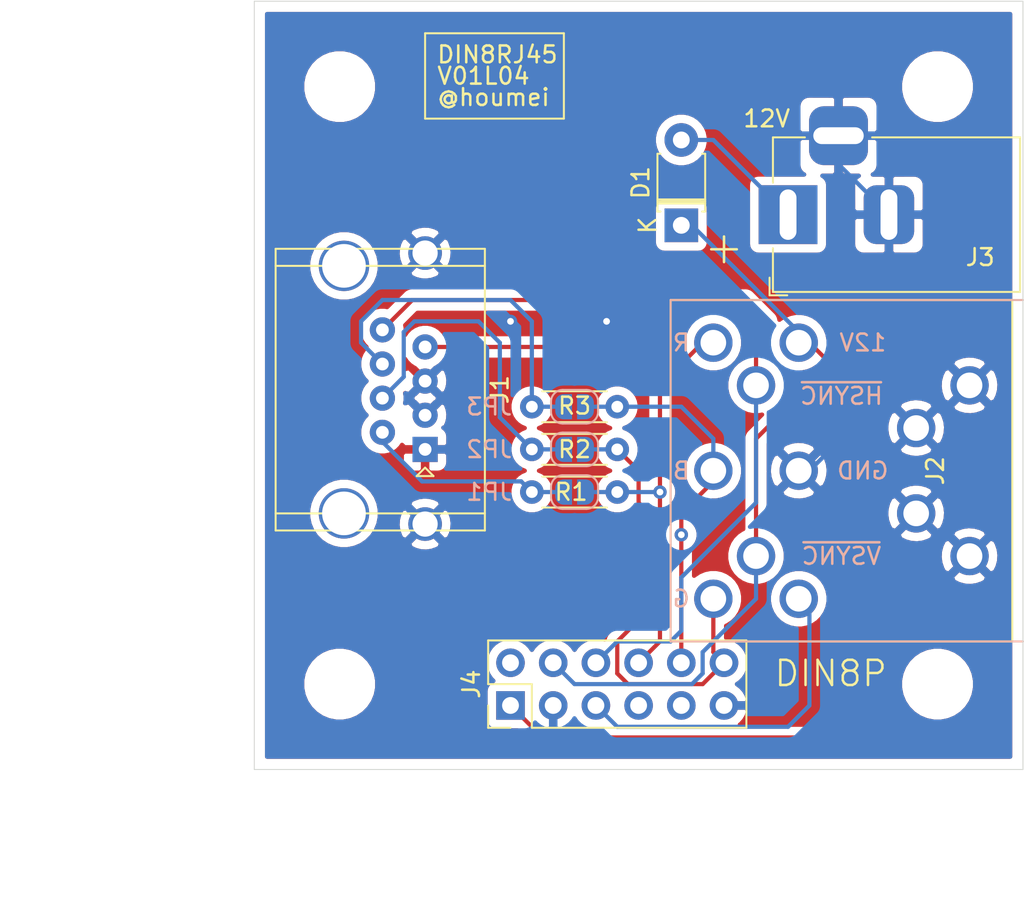
<source format=kicad_pcb>
(kicad_pcb (version 20171130) (host pcbnew "(5.1.8)-1")

  (general
    (thickness 1.6)
    (drawings 26)
    (tracks 95)
    (zones 0)
    (modules 15)
    (nets 13)
  )

  (page A4)
  (layers
    (0 F.Cu signal)
    (31 B.Cu signal)
    (32 B.Adhes user)
    (33 F.Adhes user)
    (34 B.Paste user)
    (35 F.Paste user)
    (36 B.SilkS user)
    (37 F.SilkS user)
    (38 B.Mask user)
    (39 F.Mask user)
    (40 Dwgs.User user)
    (41 Cmts.User user)
    (42 Eco1.User user)
    (43 Eco2.User user)
    (44 Edge.Cuts user)
    (45 Margin user)
    (46 B.CrtYd user)
    (47 F.CrtYd user)
    (48 B.Fab user)
    (49 F.Fab user hide)
  )

  (setup
    (last_trace_width 0.25)
    (trace_clearance 0.2)
    (zone_clearance 0.508)
    (zone_45_only no)
    (trace_min 0.2)
    (via_size 0.8)
    (via_drill 0.4)
    (via_min_size 0.4)
    (via_min_drill 0.3)
    (uvia_size 0.3)
    (uvia_drill 0.1)
    (uvias_allowed no)
    (uvia_min_size 0.2)
    (uvia_min_drill 0.1)
    (edge_width 0.05)
    (segment_width 0.2)
    (pcb_text_width 0.3)
    (pcb_text_size 1.5 1.5)
    (mod_edge_width 0.12)
    (mod_text_size 1 1)
    (mod_text_width 0.15)
    (pad_size 2 2)
    (pad_drill 1.5)
    (pad_to_mask_clearance 0)
    (aux_axis_origin 152.4 127)
    (grid_origin 152.4 127)
    (visible_elements 7FFFFFFF)
    (pcbplotparams
      (layerselection 0x010f0_ffffffff)
      (usegerberextensions true)
      (usegerberattributes false)
      (usegerberadvancedattributes false)
      (creategerberjobfile false)
      (excludeedgelayer true)
      (linewidth 0.100000)
      (plotframeref false)
      (viasonmask true)
      (mode 1)
      (useauxorigin true)
      (hpglpennumber 1)
      (hpglpenspeed 20)
      (hpglpendiameter 15.000000)
      (psnegative false)
      (psa4output false)
      (plotreference true)
      (plotvalue false)
      (plotinvisibletext false)
      (padsonsilk false)
      (subtractmaskfromsilk false)
      (outputformat 1)
      (mirror false)
      (drillshape 0)
      (scaleselection 1)
      (outputdirectory "DIN8RJ45V01L04GB/"))
  )

  (net 0 "")
  (net 1 GND)
  (net 2 ~HS)
  (net 3 ~VS)
  (net 4 RED)
  (net 5 GREEN)
  (net 6 BLUE)
  (net 7 12V)
  (net 8 "Net-(D1-Pad2)")
  (net 9 /B6)
  (net 10 /G4)
  (net 11 /R2)
  (net 12 INT)

  (net_class Default "This is the default net class."
    (clearance 0.2)
    (trace_width 0.25)
    (via_dia 0.8)
    (via_drill 0.4)
    (uvia_dia 0.3)
    (uvia_drill 0.1)
    (add_net /B6)
    (add_net /G4)
    (add_net /R2)
    (add_net 12V)
    (add_net BLUE)
    (add_net GND)
    (add_net GREEN)
    (add_net INT)
    (add_net "Net-(D1-Pad2)")
    (add_net RED)
    (add_net ~HS)
    (add_net ~VS)
  )

  (module 00LIB:RJ45_7810-8P8C (layer F.Cu) (tedit 63984BAE) (tstamp 63984C66)
    (at 160.02 99.06 270)
    (descr "8 Pol Shallow Latch Connector, Modjack, RJ45 (https://cdn.amphenol-icc.com/media/wysiwyg/files/drawing/c-bmj-0102.pdf)")
    (tags RJ45)
    (path /63120226)
    (fp_text reference J1 (at 5.334 -6.985 90) (layer F.SilkS)
      (effects (font (size 1 1) (thickness 0.15)))
    )
    (fp_text value RJ45 (at 5.08 4.699 90) (layer F.Fab)
      (effects (font (size 1 1) (thickness 0.15)))
    )
    (fp_text user %R (at 4.445 2 90) (layer F.Fab)
      (effects (font (size 1 1) (thickness 0.15)))
    )
    (fp_line (start 12.7 2.286) (end 12.7 6.35) (layer F.SilkS) (width 0.12))
    (fp_line (start -2.032 2.286) (end -2.032 6.35) (layer F.SilkS) (width 0.12))
    (fp_line (start -3.048 -6.096) (end -3.048 6.35) (layer F.SilkS) (width 0.12))
    (fp_line (start 13.716 -6.096) (end 13.716 6.35) (layer F.SilkS) (width 0.12))
    (fp_line (start -2.848 8.509) (end 13.462 8.509) (layer F.CrtYd) (width 0.05))
    (fp_line (start 13.335 8.382) (end 13.335 -5.842) (layer F.Fab) (width 0.12))
    (fp_line (start -2.794 8.382) (end 13.335 8.382) (layer F.Fab) (width 0.12))
    (fp_line (start -2.794 -5.842) (end -2.794 8.382) (layer F.Fab) (width 0.12))
    (fp_line (start 13.335 -5.842) (end -2.794 -5.842) (layer F.Fab) (width 0.12))
    (fp_line (start -2.848 -5.969) (end -2.848 8.509) (layer F.CrtYd) (width 0.05))
    (fp_line (start 13.462 -5.969) (end 13.462 8.509) (layer F.CrtYd) (width 0.05))
    (fp_line (start 13.716 6.35) (end -3.048 6.35) (layer F.SilkS) (width 0.12))
    (fp_line (start -2.032 2.286) (end -2.032 -6.096) (layer F.SilkS) (width 0.12))
    (fp_line (start 12.7 2.286) (end 12.7 -6.096) (layer F.SilkS) (width 0.12))
    (fp_line (start -3.048 -6.096) (end 13.716 -6.096) (layer F.SilkS) (width 0.12))
    (fp_line (start 13.462 8.509) (end -2.848 8.509) (layer F.CrtYd) (width 0.05))
    (fp_line (start -2.848 -5.969) (end 13.462 -5.969) (layer F.CrtYd) (width 0.05))
    (fp_line (start 9.977 -2.54) (end 10.477 -3.04) (layer F.SilkS) (width 0.12))
    (fp_line (start 10.477 -3.04) (end 10.477 -2.04) (layer F.SilkS) (width 0.12))
    (fp_line (start 10.477 -2.04) (end 9.977 -2.54) (layer F.SilkS) (width 0.12))
    (pad "" thru_hole circle (at -2.794 -2.54 270) (size 2 2) (drill 1.5) (layers *.Cu *.Mask)
      (net 1 GND))
    (pad "" thru_hole circle (at 13.335 -2.54 270) (size 2 2) (drill 1.5) (layers *.Cu *.Mask)
      (net 1 GND))
    (pad 8 thru_hole circle (at 1.778 0 270) (size 1.5 1.5) (drill 0.76) (layers *.Cu *.Mask)
      (net 3 ~VS))
    (pad 2 thru_hole circle (at 7.874 0 270) (size 1.5 1.5) (drill 0.76) (layers *.Cu *.Mask)
      (net 11 /R2))
    (pad 3 thru_hole circle (at 6.858 -2.54 270) (size 1.5 1.5) (drill 0.76) (layers *.Cu *.Mask)
      (net 1 GND))
    (pad 4 thru_hole circle (at 5.842 0 270) (size 1.5 1.5) (drill 0.76) (layers *.Cu *.Mask)
      (net 10 /G4))
    (pad 5 thru_hole circle (at 4.826 -2.54 270) (size 1.5 1.5) (drill 0.76) (layers *.Cu *.Mask)
      (net 1 GND))
    (pad 6 thru_hole circle (at 3.81 0 270) (size 1.5 1.5) (drill 0.76) (layers *.Cu *.Mask)
      (net 9 /B6))
    (pad 7 thru_hole circle (at 2.794 -2.54 270) (size 1.5 1.5) (drill 0.76) (layers *.Cu *.Mask)
      (net 2 ~HS))
    (pad 1 thru_hole rect (at 8.89 -2.54 270) (size 1.5 1.5) (drill 0.76) (layers *.Cu *.Mask)
      (net 1 GND))
    (pad "" np_thru_hole circle (at -2.032 2.286 270) (size 3 3) (drill 2.6) (layers *.Cu *.Mask))
    (pad "" np_thru_hole circle (at 12.7 2.286 270) (size 3 3) (drill 2.6) (layers *.Cu *.Mask))
    (model ${KISYS3DMOD}/Connector_RJ.3dshapes/RJ45_Amphenol_54602-x08_Horizontal.wrl
      (at (xyz 0 0 0))
      (scale (xyz 1 1 1))
      (rotate (xyz 0 0 0))
    )
  )

  (module 00LIB:DIN8P (layer F.Cu) (tedit 6398488D) (tstamp 6329FE87)
    (at 192.405 109.22 90)
    (path /61E7F8E3)
    (fp_text reference J2 (at 0 0.5 90) (layer F.SilkS)
      (effects (font (size 1 1) (thickness 0.15)))
    )
    (fp_text value DIN-8 (at 0 -0.5 90) (layer F.Fab)
      (effects (font (size 1 1) (thickness 0.15)))
    )
    (fp_line (start -10.16 -15.24) (end -10.16 5.08) (layer F.SilkS) (width 0.12))
    (fp_line (start 10.16 -15.24) (end -10.16 -15.24) (layer F.SilkS) (width 0.12))
    (fp_line (start 10.16 5.08) (end 10.16 -15.24) (layer F.SilkS) (width 0.12))
    (fp_line (start -10.16 5.08) (end 10.16 5.08) (layer F.SilkS) (width 0.12))
    (pad "" thru_hole circle (at 2.54 -0.635 90) (size 2.283 2.283) (drill 1.524) (layers *.Cu *.Mask)
      (net 1 GND))
    (pad "" thru_hole circle (at -2.54 -0.635 90) (size 2.283 2.283) (drill 1.524) (layers *.Cu *.Mask)
      (net 1 GND))
    (pad "" thru_hole circle (at 5.08 2.54 90) (size 2.283 2.283) (drill 1.524) (layers *.Cu *.Mask)
      (net 1 GND))
    (pad "" thru_hole circle (at -5.08 2.54 90) (size 2.283 2.283) (drill 1.524) (layers *.Cu *.Mask)
      (net 1 GND))
    (pad 8 thru_hole circle (at 0 -12.7 90) (size 2.283 2.283) (drill 1.524) (layers *.Cu *.Mask)
      (net 6 BLUE))
    (pad 7 thru_hole circle (at -7.62 -12.7 90) (size 2.283 2.283) (drill 1.524) (layers *.Cu *.Mask)
      (net 5 GREEN))
    (pad 6 thru_hole circle (at 7.62 -12.7 90) (size 2.283 2.283) (drill 1.524) (layers *.Cu *.Mask)
      (net 4 RED))
    (pad 5 thru_hole circle (at -5.08 -10.16 90) (size 2.283 2.283) (drill 1.524) (layers *.Cu *.Mask)
      (net 3 ~VS))
    (pad 4 thru_hole circle (at 5.08 -10.16 90) (size 2.283 2.283) (drill 1.524) (layers *.Cu *.Mask)
      (net 2 ~HS))
    (pad 3 thru_hole circle (at -7.62 -7.62 90) (size 2.283 2.283) (drill 1.524) (layers *.Cu *.Mask)
      (net 12 INT))
    (pad 1 thru_hole circle (at 7.62 -7.62 90) (size 2.283 2.283) (drill 1.524) (layers *.Cu *.Mask)
      (net 7 12V))
    (pad 2 thru_hole circle (at 0 -7.62 90) (size 2.283 2.283) (drill 1.524) (layers *.Cu *.Mask)
      (net 1 GND))
  )

  (module Jumper:SolderJumper-2_P1.3mm_Open_RoundedPad1.0x1.5mm (layer B.Cu) (tedit 5B391E66) (tstamp 631267D6)
    (at 171.45 107.95)
    (descr "SMD Solder Jumper, 1x1.5mm, rounded Pads, 0.3mm gap, open")
    (tags "solder jumper open")
    (path /6313E42D)
    (attr virtual)
    (fp_text reference JP2 (at -5.08 0) (layer B.SilkS)
      (effects (font (size 1 1) (thickness 0.15)) (justify mirror))
    )
    (fp_text value SJ2O (at 0 -1.9) (layer B.Fab)
      (effects (font (size 1 1) (thickness 0.15)) (justify mirror))
    )
    (fp_line (start 1.65 -1.25) (end -1.65 -1.25) (layer B.CrtYd) (width 0.05))
    (fp_line (start 1.65 -1.25) (end 1.65 1.25) (layer B.CrtYd) (width 0.05))
    (fp_line (start -1.65 1.25) (end -1.65 -1.25) (layer B.CrtYd) (width 0.05))
    (fp_line (start -1.65 1.25) (end 1.65 1.25) (layer B.CrtYd) (width 0.05))
    (fp_line (start -0.7 1) (end 0.7 1) (layer B.SilkS) (width 0.12))
    (fp_line (start 1.4 0.3) (end 1.4 -0.3) (layer B.SilkS) (width 0.12))
    (fp_line (start 0.7 -1) (end -0.7 -1) (layer B.SilkS) (width 0.12))
    (fp_line (start -1.4 -0.3) (end -1.4 0.3) (layer B.SilkS) (width 0.12))
    (fp_arc (start -0.7 0.3) (end -0.7 1) (angle 90) (layer B.SilkS) (width 0.12))
    (fp_arc (start -0.7 -0.3) (end -1.4 -0.3) (angle 90) (layer B.SilkS) (width 0.12))
    (fp_arc (start 0.7 -0.3) (end 0.7 -1) (angle 90) (layer B.SilkS) (width 0.12))
    (fp_arc (start 0.7 0.3) (end 1.4 0.3) (angle 90) (layer B.SilkS) (width 0.12))
    (pad 2 smd custom (at 0.65 0) (size 1 0.5) (layers B.Cu B.Mask)
      (net 5 GREEN) (zone_connect 2)
      (options (clearance outline) (anchor rect))
      (primitives
        (gr_circle (center 0 -0.25) (end 0.5 -0.25) (width 0))
        (gr_circle (center 0 0.25) (end 0.5 0.25) (width 0))
        (gr_poly (pts
           (xy 0 0.75) (xy -0.5 0.75) (xy -0.5 -0.75) (xy 0 -0.75)) (width 0))
      ))
    (pad 1 smd custom (at -0.65 0) (size 1 0.5) (layers B.Cu B.Mask)
      (net 10 /G4) (zone_connect 2)
      (options (clearance outline) (anchor rect))
      (primitives
        (gr_circle (center 0 -0.25) (end 0.5 -0.25) (width 0))
        (gr_circle (center 0 0.25) (end 0.5 0.25) (width 0))
        (gr_poly (pts
           (xy 0 0.75) (xy 0.5 0.75) (xy 0.5 -0.75) (xy 0 -0.75)) (width 0))
      ))
  )

  (module Jumper:SolderJumper-2_P1.3mm_Open_RoundedPad1.0x1.5mm (layer B.Cu) (tedit 5B391E66) (tstamp 631267C4)
    (at 171.45 110.49)
    (descr "SMD Solder Jumper, 1x1.5mm, rounded Pads, 0.3mm gap, open")
    (tags "solder jumper open")
    (path /63141F9E)
    (attr virtual)
    (fp_text reference JP1 (at -5.08 0) (layer B.SilkS)
      (effects (font (size 1 1) (thickness 0.15)) (justify mirror))
    )
    (fp_text value SJ2O (at 0 -1.9) (layer B.Fab)
      (effects (font (size 1 1) (thickness 0.15)) (justify mirror))
    )
    (fp_line (start 1.65 -1.25) (end -1.65 -1.25) (layer B.CrtYd) (width 0.05))
    (fp_line (start 1.65 -1.25) (end 1.65 1.25) (layer B.CrtYd) (width 0.05))
    (fp_line (start -1.65 1.25) (end -1.65 -1.25) (layer B.CrtYd) (width 0.05))
    (fp_line (start -1.65 1.25) (end 1.65 1.25) (layer B.CrtYd) (width 0.05))
    (fp_line (start -0.7 1) (end 0.7 1) (layer B.SilkS) (width 0.12))
    (fp_line (start 1.4 0.3) (end 1.4 -0.3) (layer B.SilkS) (width 0.12))
    (fp_line (start 0.7 -1) (end -0.7 -1) (layer B.SilkS) (width 0.12))
    (fp_line (start -1.4 -0.3) (end -1.4 0.3) (layer B.SilkS) (width 0.12))
    (fp_arc (start -0.7 0.3) (end -0.7 1) (angle 90) (layer B.SilkS) (width 0.12))
    (fp_arc (start -0.7 -0.3) (end -1.4 -0.3) (angle 90) (layer B.SilkS) (width 0.12))
    (fp_arc (start 0.7 -0.3) (end 0.7 -1) (angle 90) (layer B.SilkS) (width 0.12))
    (fp_arc (start 0.7 0.3) (end 1.4 0.3) (angle 90) (layer B.SilkS) (width 0.12))
    (pad 2 smd custom (at 0.65 0) (size 1 0.5) (layers B.Cu B.Mask)
      (net 4 RED) (zone_connect 2)
      (options (clearance outline) (anchor rect))
      (primitives
        (gr_circle (center 0 -0.25) (end 0.5 -0.25) (width 0))
        (gr_circle (center 0 0.25) (end 0.5 0.25) (width 0))
        (gr_poly (pts
           (xy 0 0.75) (xy -0.5 0.75) (xy -0.5 -0.75) (xy 0 -0.75)) (width 0))
      ))
    (pad 1 smd custom (at -0.65 0) (size 1 0.5) (layers B.Cu B.Mask)
      (net 11 /R2) (zone_connect 2)
      (options (clearance outline) (anchor rect))
      (primitives
        (gr_circle (center 0 -0.25) (end 0.5 -0.25) (width 0))
        (gr_circle (center 0 0.25) (end 0.5 0.25) (width 0))
        (gr_poly (pts
           (xy 0 0.75) (xy 0.5 0.75) (xy 0.5 -0.75) (xy 0 -0.75)) (width 0))
      ))
  )

  (module Resistor_THT:R_Axial_DIN0204_L3.6mm_D1.6mm_P5.08mm_Horizontal (layer F.Cu) (tedit 5AE5139B) (tstamp 63125ECA)
    (at 173.99 105.41 180)
    (descr "Resistor, Axial_DIN0204 series, Axial, Horizontal, pin pitch=5.08mm, 0.167W, length*diameter=3.6*1.6mm^2, http://cdn-reichelt.de/documents/datenblatt/B400/1_4W%23YAG.pdf")
    (tags "Resistor Axial_DIN0204 series Axial Horizontal pin pitch 5.08mm 0.167W length 3.6mm diameter 1.6mm")
    (path /631238E5)
    (fp_text reference R3 (at 2.54 0.051) (layer F.SilkS)
      (effects (font (size 1 1) (thickness 0.15)))
    )
    (fp_text value 150 (at 2.54 1.92) (layer F.Fab)
      (effects (font (size 1 1) (thickness 0.15)))
    )
    (fp_line (start 6.03 -1.05) (end -0.95 -1.05) (layer F.CrtYd) (width 0.05))
    (fp_line (start 6.03 1.05) (end 6.03 -1.05) (layer F.CrtYd) (width 0.05))
    (fp_line (start -0.95 1.05) (end 6.03 1.05) (layer F.CrtYd) (width 0.05))
    (fp_line (start -0.95 -1.05) (end -0.95 1.05) (layer F.CrtYd) (width 0.05))
    (fp_line (start 0.62 0.92) (end 4.46 0.92) (layer F.SilkS) (width 0.12))
    (fp_line (start 0.62 -0.92) (end 4.46 -0.92) (layer F.SilkS) (width 0.12))
    (fp_line (start 5.08 0) (end 4.34 0) (layer F.Fab) (width 0.1))
    (fp_line (start 0 0) (end 0.74 0) (layer F.Fab) (width 0.1))
    (fp_line (start 4.34 -0.8) (end 0.74 -0.8) (layer F.Fab) (width 0.1))
    (fp_line (start 4.34 0.8) (end 4.34 -0.8) (layer F.Fab) (width 0.1))
    (fp_line (start 0.74 0.8) (end 4.34 0.8) (layer F.Fab) (width 0.1))
    (fp_line (start 0.74 -0.8) (end 0.74 0.8) (layer F.Fab) (width 0.1))
    (fp_text user %R (at 2.54 0) (layer F.Fab)
      (effects (font (size 0.72 0.72) (thickness 0.108)))
    )
    (pad 2 thru_hole oval (at 5.08 0 180) (size 1.4 1.4) (drill 0.7) (layers *.Cu *.Mask)
      (net 9 /B6))
    (pad 1 thru_hole circle (at 0 0 180) (size 1.4 1.4) (drill 0.7) (layers *.Cu *.Mask)
      (net 6 BLUE))
    (model ${KISYS3DMOD}/Resistor_THT.3dshapes/R_Axial_DIN0204_L3.6mm_D1.6mm_P5.08mm_Horizontal.wrl
      (at (xyz 0 0 0))
      (scale (xyz 1 1 1))
      (rotate (xyz 0 0 0))
    )
  )

  (module Resistor_THT:R_Axial_DIN0204_L3.6mm_D1.6mm_P5.08mm_Horizontal (layer F.Cu) (tedit 5AE5139B) (tstamp 63125EB7)
    (at 173.99 107.95 180)
    (descr "Resistor, Axial_DIN0204 series, Axial, Horizontal, pin pitch=5.08mm, 0.167W, length*diameter=3.6*1.6mm^2, http://cdn-reichelt.de/documents/datenblatt/B400/1_4W%23YAG.pdf")
    (tags "Resistor Axial_DIN0204 series Axial Horizontal pin pitch 5.08mm 0.167W length 3.6mm diameter 1.6mm")
    (path /63122FEE)
    (fp_text reference R2 (at 2.54 0) (layer F.SilkS)
      (effects (font (size 1 1) (thickness 0.15)))
    )
    (fp_text value 150 (at 2.54 1.92) (layer F.Fab)
      (effects (font (size 1 1) (thickness 0.15)))
    )
    (fp_line (start 6.03 -1.05) (end -0.95 -1.05) (layer F.CrtYd) (width 0.05))
    (fp_line (start 6.03 1.05) (end 6.03 -1.05) (layer F.CrtYd) (width 0.05))
    (fp_line (start -0.95 1.05) (end 6.03 1.05) (layer F.CrtYd) (width 0.05))
    (fp_line (start -0.95 -1.05) (end -0.95 1.05) (layer F.CrtYd) (width 0.05))
    (fp_line (start 0.62 0.92) (end 4.46 0.92) (layer F.SilkS) (width 0.12))
    (fp_line (start 0.62 -0.92) (end 4.46 -0.92) (layer F.SilkS) (width 0.12))
    (fp_line (start 5.08 0) (end 4.34 0) (layer F.Fab) (width 0.1))
    (fp_line (start 0 0) (end 0.74 0) (layer F.Fab) (width 0.1))
    (fp_line (start 4.34 -0.8) (end 0.74 -0.8) (layer F.Fab) (width 0.1))
    (fp_line (start 4.34 0.8) (end 4.34 -0.8) (layer F.Fab) (width 0.1))
    (fp_line (start 0.74 0.8) (end 4.34 0.8) (layer F.Fab) (width 0.1))
    (fp_line (start 0.74 -0.8) (end 0.74 0.8) (layer F.Fab) (width 0.1))
    (fp_text user %R (at 2.54 0) (layer F.Fab)
      (effects (font (size 0.72 0.72) (thickness 0.108)))
    )
    (pad 2 thru_hole oval (at 5.08 0 180) (size 1.4 1.4) (drill 0.7) (layers *.Cu *.Mask)
      (net 10 /G4))
    (pad 1 thru_hole circle (at 0 0 180) (size 1.4 1.4) (drill 0.7) (layers *.Cu *.Mask)
      (net 5 GREEN))
    (model ${KISYS3DMOD}/Resistor_THT.3dshapes/R_Axial_DIN0204_L3.6mm_D1.6mm_P5.08mm_Horizontal.wrl
      (at (xyz 0 0 0))
      (scale (xyz 1 1 1))
      (rotate (xyz 0 0 0))
    )
  )

  (module Resistor_THT:R_Axial_DIN0204_L3.6mm_D1.6mm_P5.08mm_Horizontal (layer F.Cu) (tedit 5AE5139B) (tstamp 6329DB7F)
    (at 173.99 110.49 180)
    (descr "Resistor, Axial_DIN0204 series, Axial, Horizontal, pin pitch=5.08mm, 0.167W, length*diameter=3.6*1.6mm^2, http://cdn-reichelt.de/documents/datenblatt/B400/1_4W%23YAG.pdf")
    (tags "Resistor Axial_DIN0204 series Axial Horizontal pin pitch 5.08mm 0.167W length 3.6mm diameter 1.6mm")
    (path /63122512)
    (fp_text reference R1 (at 2.745 0.001) (layer F.SilkS)
      (effects (font (size 1 1) (thickness 0.15)))
    )
    (fp_text value 150 (at 2.54 1.92) (layer F.Fab)
      (effects (font (size 1 1) (thickness 0.15)))
    )
    (fp_line (start 6.03 -1.05) (end -0.95 -1.05) (layer F.CrtYd) (width 0.05))
    (fp_line (start 6.03 1.05) (end 6.03 -1.05) (layer F.CrtYd) (width 0.05))
    (fp_line (start -0.95 1.05) (end 6.03 1.05) (layer F.CrtYd) (width 0.05))
    (fp_line (start -0.95 -1.05) (end -0.95 1.05) (layer F.CrtYd) (width 0.05))
    (fp_line (start 0.62 0.92) (end 4.46 0.92) (layer F.SilkS) (width 0.12))
    (fp_line (start 0.62 -0.92) (end 4.46 -0.92) (layer F.SilkS) (width 0.12))
    (fp_line (start 5.08 0) (end 4.34 0) (layer F.Fab) (width 0.1))
    (fp_line (start 0 0) (end 0.74 0) (layer F.Fab) (width 0.1))
    (fp_line (start 4.34 -0.8) (end 0.74 -0.8) (layer F.Fab) (width 0.1))
    (fp_line (start 4.34 0.8) (end 4.34 -0.8) (layer F.Fab) (width 0.1))
    (fp_line (start 0.74 0.8) (end 4.34 0.8) (layer F.Fab) (width 0.1))
    (fp_line (start 0.74 -0.8) (end 0.74 0.8) (layer F.Fab) (width 0.1))
    (fp_text user %R (at 2.54 0) (layer F.Fab)
      (effects (font (size 0.72 0.72) (thickness 0.108)))
    )
    (pad 2 thru_hole oval (at 5.08 0 180) (size 1.4 1.4) (drill 0.7) (layers *.Cu *.Mask)
      (net 11 /R2))
    (pad 1 thru_hole circle (at 0 0 180) (size 1.4 1.4) (drill 0.7) (layers *.Cu *.Mask)
      (net 4 RED))
    (model ${KISYS3DMOD}/Resistor_THT.3dshapes/R_Axial_DIN0204_L3.6mm_D1.6mm_P5.08mm_Horizontal.wrl
      (at (xyz 0 0 0))
      (scale (xyz 1 1 1))
      (rotate (xyz 0 0 0))
    )
  )

  (module Jumper:SolderJumper-2_P1.3mm_Open_RoundedPad1.0x1.5mm (layer B.Cu) (tedit 5B391E66) (tstamp 63125E91)
    (at 171.45 105.41)
    (descr "SMD Solder Jumper, 1x1.5mm, rounded Pads, 0.3mm gap, open")
    (tags "solder jumper open")
    (path /631297A2)
    (attr virtual)
    (fp_text reference JP3 (at -5.08 0) (layer B.SilkS)
      (effects (font (size 1 1) (thickness 0.15)) (justify mirror))
    )
    (fp_text value SJ2O (at 0 -1.9) (layer B.Fab)
      (effects (font (size 1 1) (thickness 0.15)) (justify mirror))
    )
    (fp_line (start 1.65 -1.25) (end -1.65 -1.25) (layer B.CrtYd) (width 0.05))
    (fp_line (start 1.65 -1.25) (end 1.65 1.25) (layer B.CrtYd) (width 0.05))
    (fp_line (start -1.65 1.25) (end -1.65 -1.25) (layer B.CrtYd) (width 0.05))
    (fp_line (start -1.65 1.25) (end 1.65 1.25) (layer B.CrtYd) (width 0.05))
    (fp_line (start -0.7 1) (end 0.7 1) (layer B.SilkS) (width 0.12))
    (fp_line (start 1.4 0.3) (end 1.4 -0.3) (layer B.SilkS) (width 0.12))
    (fp_line (start 0.7 -1) (end -0.7 -1) (layer B.SilkS) (width 0.12))
    (fp_line (start -1.4 -0.3) (end -1.4 0.3) (layer B.SilkS) (width 0.12))
    (fp_arc (start -0.7 0.3) (end -0.7 1) (angle 90) (layer B.SilkS) (width 0.12))
    (fp_arc (start -0.7 -0.3) (end -1.4 -0.3) (angle 90) (layer B.SilkS) (width 0.12))
    (fp_arc (start 0.7 -0.3) (end 0.7 -1) (angle 90) (layer B.SilkS) (width 0.12))
    (fp_arc (start 0.7 0.3) (end 1.4 0.3) (angle 90) (layer B.SilkS) (width 0.12))
    (pad 2 smd custom (at 0.65 0) (size 1 0.5) (layers B.Cu B.Mask)
      (net 6 BLUE) (zone_connect 2)
      (options (clearance outline) (anchor rect))
      (primitives
        (gr_circle (center 0 -0.25) (end 0.5 -0.25) (width 0))
        (gr_circle (center 0 0.25) (end 0.5 0.25) (width 0))
        (gr_poly (pts
           (xy 0 0.75) (xy -0.5 0.75) (xy -0.5 -0.75) (xy 0 -0.75)) (width 0))
      ))
    (pad 1 smd custom (at -0.65 0) (size 1 0.5) (layers B.Cu B.Mask)
      (net 9 /B6) (zone_connect 2)
      (options (clearance outline) (anchor rect))
      (primitives
        (gr_circle (center 0 -0.25) (end 0.5 -0.25) (width 0))
        (gr_circle (center 0 0.25) (end 0.5 0.25) (width 0))
        (gr_poly (pts
           (xy 0 0.75) (xy 0.5 0.75) (xy 0.5 -0.75) (xy 0 -0.75)) (width 0))
      ))
  )

  (module Diode_THT:D_T-1_P5.08mm_Horizontal (layer F.Cu) (tedit 5AE50CD5) (tstamp 6289F440)
    (at 177.8 94.615 90)
    (descr "Diode, T-1 series, Axial, Horizontal, pin pitch=5.08mm, , length*diameter=3.2*2.6mm^2, , http://www.diodes.com/_files/packages/T-1.pdf")
    (tags "Diode T-1 series Axial Horizontal pin pitch 5.08mm  length 3.2mm diameter 2.6mm")
    (path /62A53B3E)
    (fp_text reference D1 (at 2.54 -2.42 90) (layer F.SilkS)
      (effects (font (size 1 1) (thickness 0.15)))
    )
    (fp_text value D (at 2.54 2.42 90) (layer F.Fab)
      (effects (font (size 1 1) (thickness 0.15)))
    )
    (fp_line (start 0.94 -1.3) (end 0.94 1.3) (layer F.Fab) (width 0.1))
    (fp_line (start 0.94 1.3) (end 4.14 1.3) (layer F.Fab) (width 0.1))
    (fp_line (start 4.14 1.3) (end 4.14 -1.3) (layer F.Fab) (width 0.1))
    (fp_line (start 4.14 -1.3) (end 0.94 -1.3) (layer F.Fab) (width 0.1))
    (fp_line (start 0 0) (end 0.94 0) (layer F.Fab) (width 0.1))
    (fp_line (start 5.08 0) (end 4.14 0) (layer F.Fab) (width 0.1))
    (fp_line (start 1.42 -1.3) (end 1.42 1.3) (layer F.Fab) (width 0.1))
    (fp_line (start 1.52 -1.3) (end 1.52 1.3) (layer F.Fab) (width 0.1))
    (fp_line (start 1.32 -1.3) (end 1.32 1.3) (layer F.Fab) (width 0.1))
    (fp_line (start 0.82 -1.24) (end 0.82 -1.42) (layer F.SilkS) (width 0.12))
    (fp_line (start 0.82 -1.42) (end 4.26 -1.42) (layer F.SilkS) (width 0.12))
    (fp_line (start 4.26 -1.42) (end 4.26 -1.24) (layer F.SilkS) (width 0.12))
    (fp_line (start 0.82 1.24) (end 0.82 1.42) (layer F.SilkS) (width 0.12))
    (fp_line (start 0.82 1.42) (end 4.26 1.42) (layer F.SilkS) (width 0.12))
    (fp_line (start 4.26 1.42) (end 4.26 1.24) (layer F.SilkS) (width 0.12))
    (fp_line (start 1.42 -1.42) (end 1.42 1.42) (layer F.SilkS) (width 0.12))
    (fp_line (start 1.54 -1.42) (end 1.54 1.42) (layer F.SilkS) (width 0.12))
    (fp_line (start 1.3 -1.42) (end 1.3 1.42) (layer F.SilkS) (width 0.12))
    (fp_line (start -1.25 -1.55) (end -1.25 1.55) (layer F.CrtYd) (width 0.05))
    (fp_line (start -1.25 1.55) (end 6.33 1.55) (layer F.CrtYd) (width 0.05))
    (fp_line (start 6.33 1.55) (end 6.33 -1.55) (layer F.CrtYd) (width 0.05))
    (fp_line (start 6.33 -1.55) (end -1.25 -1.55) (layer F.CrtYd) (width 0.05))
    (fp_text user K (at 0 -2 90) (layer F.SilkS)
      (effects (font (size 1 1) (thickness 0.15)))
    )
    (fp_text user K (at 0 -2 90) (layer F.Fab)
      (effects (font (size 1 1) (thickness 0.15)))
    )
    (fp_text user %R (at 2.78 0 90) (layer F.Fab)
      (effects (font (size 0.64 0.64) (thickness 0.096)))
    )
    (pad 2 thru_hole oval (at 5.08 0 90) (size 2 2) (drill 1) (layers *.Cu *.Mask)
      (net 8 "Net-(D1-Pad2)"))
    (pad 1 thru_hole rect (at 0 0 90) (size 2 2) (drill 1) (layers *.Cu *.Mask)
      (net 7 12V))
    (model ${KISYS3DMOD}/Diode_THT.3dshapes/D_T-1_P5.08mm_Horizontal.wrl
      (at (xyz 0 0 0))
      (scale (xyz 1 1 1))
      (rotate (xyz 0 0 0))
    )
  )

  (module Connector_PinHeader_2.54mm:PinHeader_2x06_P2.54mm_Vertical (layer F.Cu) (tedit 59FED5CC) (tstamp 6272C57D)
    (at 167.64 123.19 90)
    (descr "Through hole straight pin header, 2x06, 2.54mm pitch, double rows")
    (tags "Through hole pin header THT 2x06 2.54mm double row")
    (path /62728D45)
    (fp_text reference J4 (at 1.27 -2.33 90) (layer F.SilkS)
      (effects (font (size 1 1) (thickness 0.15)))
    )
    (fp_text value Conn_02x06_Odd_Even (at 1.27 15.03 90) (layer F.Fab)
      (effects (font (size 1 1) (thickness 0.15)))
    )
    (fp_line (start 4.35 -1.8) (end -1.8 -1.8) (layer F.CrtYd) (width 0.05))
    (fp_line (start 4.35 14.5) (end 4.35 -1.8) (layer F.CrtYd) (width 0.05))
    (fp_line (start -1.8 14.5) (end 4.35 14.5) (layer F.CrtYd) (width 0.05))
    (fp_line (start -1.8 -1.8) (end -1.8 14.5) (layer F.CrtYd) (width 0.05))
    (fp_line (start -1.33 -1.33) (end 0 -1.33) (layer F.SilkS) (width 0.12))
    (fp_line (start -1.33 0) (end -1.33 -1.33) (layer F.SilkS) (width 0.12))
    (fp_line (start 1.27 -1.33) (end 3.87 -1.33) (layer F.SilkS) (width 0.12))
    (fp_line (start 1.27 1.27) (end 1.27 -1.33) (layer F.SilkS) (width 0.12))
    (fp_line (start -1.33 1.27) (end 1.27 1.27) (layer F.SilkS) (width 0.12))
    (fp_line (start 3.87 -1.33) (end 3.87 14.03) (layer F.SilkS) (width 0.12))
    (fp_line (start -1.33 1.27) (end -1.33 14.03) (layer F.SilkS) (width 0.12))
    (fp_line (start -1.33 14.03) (end 3.87 14.03) (layer F.SilkS) (width 0.12))
    (fp_line (start -1.27 0) (end 0 -1.27) (layer F.Fab) (width 0.1))
    (fp_line (start -1.27 13.97) (end -1.27 0) (layer F.Fab) (width 0.1))
    (fp_line (start 3.81 13.97) (end -1.27 13.97) (layer F.Fab) (width 0.1))
    (fp_line (start 3.81 -1.27) (end 3.81 13.97) (layer F.Fab) (width 0.1))
    (fp_line (start 0 -1.27) (end 3.81 -1.27) (layer F.Fab) (width 0.1))
    (fp_text user %R (at 1.27 6.35) (layer F.Fab)
      (effects (font (size 1 1) (thickness 0.15)))
    )
    (pad 12 thru_hole oval (at 2.54 12.7 90) (size 1.7 1.7) (drill 1) (layers *.Cu *.Mask)
      (net 5 GREEN))
    (pad 11 thru_hole oval (at 0 12.7 90) (size 1.7 1.7) (drill 1) (layers *.Cu *.Mask)
      (net 1 GND))
    (pad 10 thru_hole oval (at 2.54 10.16 90) (size 1.7 1.7) (drill 1) (layers *.Cu *.Mask)
      (net 6 BLUE))
    (pad 9 thru_hole oval (at 0 10.16 90) (size 1.7 1.7) (drill 1) (layers *.Cu *.Mask))
    (pad 8 thru_hole oval (at 2.54 7.62 90) (size 1.7 1.7) (drill 1) (layers *.Cu *.Mask)
      (net 4 RED))
    (pad 7 thru_hole oval (at 0 7.62 90) (size 1.7 1.7) (drill 1) (layers *.Cu *.Mask))
    (pad 6 thru_hole oval (at 2.54 5.08 90) (size 1.7 1.7) (drill 1) (layers *.Cu *.Mask)
      (net 2 ~HS))
    (pad 5 thru_hole oval (at 0 5.08 90) (size 1.7 1.7) (drill 1) (layers *.Cu *.Mask)
      (net 12 INT))
    (pad 4 thru_hole oval (at 2.54 2.54 90) (size 1.7 1.7) (drill 1) (layers *.Cu *.Mask)
      (net 3 ~VS))
    (pad 3 thru_hole oval (at 0 2.54 90) (size 1.7 1.7) (drill 1) (layers *.Cu *.Mask)
      (net 1 GND))
    (pad 2 thru_hole oval (at 2.54 0 90) (size 1.7 1.7) (drill 1) (layers *.Cu *.Mask))
    (pad 1 thru_hole rect (at 0 0 90) (size 1.7 1.7) (drill 1) (layers *.Cu *.Mask)
      (net 7 12V))
    (model ${KISYS3DMOD}/Connector_PinHeader_2.54mm.3dshapes/PinHeader_2x06_P2.54mm_Vertical.wrl
      (at (xyz 0 0 0))
      (scale (xyz 1 1 1))
      (rotate (xyz 0 0 0))
    )
  )

  (module MountingHole:MountingHole_3.2mm_M3 locked (layer F.Cu) (tedit 56D1B4CB) (tstamp 619CEBDB)
    (at 193.04 86.36)
    (descr "Mounting Hole 3.2mm, no annular, M3")
    (tags "mounting hole 3.2mm no annular m3")
    (attr virtual)
    (fp_text reference REF** (at 0 -4.2) (layer F.SilkS) hide
      (effects (font (size 1 1) (thickness 0.15)))
    )
    (fp_text value MountingHole_3.2mm_M3 (at 0 4.2) (layer F.Fab) hide
      (effects (font (size 1 1) (thickness 0.15)))
    )
    (fp_circle (center 0 0) (end 3.2 0) (layer Cmts.User) (width 0.15))
    (fp_circle (center 0 0) (end 3.45 0) (layer F.CrtYd) (width 0.05))
    (fp_text user %R (at 0.3 0) (layer F.Fab) hide
      (effects (font (size 1 1) (thickness 0.15)))
    )
    (pad 1 np_thru_hole circle (at 0 0) (size 3.2 3.2) (drill 3.2) (layers *.Cu *.Mask))
  )

  (module MountingHole:MountingHole_3.2mm_M3 locked (layer F.Cu) (tedit 56D1B4CB) (tstamp 619CEBA1)
    (at 157.48 86.36)
    (descr "Mounting Hole 3.2mm, no annular, M3")
    (tags "mounting hole 3.2mm no annular m3")
    (attr virtual)
    (fp_text reference REF** (at 0 -4.2) (layer F.SilkS) hide
      (effects (font (size 1 1) (thickness 0.15)))
    )
    (fp_text value MountingHole_3.2mm_M3 (at 0 4.2) (layer F.Fab) hide
      (effects (font (size 1 1) (thickness 0.15)))
    )
    (fp_circle (center 0 0) (end 3.2 0) (layer Cmts.User) (width 0.15))
    (fp_circle (center 0 0) (end 3.45 0) (layer F.CrtYd) (width 0.05))
    (fp_text user %R (at 0.3 0) (layer F.Fab) hide
      (effects (font (size 1 1) (thickness 0.15)))
    )
    (pad 1 np_thru_hole circle (at 0 0) (size 3.2 3.2) (drill 3.2) (layers *.Cu *.Mask))
  )

  (module MountingHole:MountingHole_3.2mm_M3 locked (layer F.Cu) (tedit 56D1B4CB) (tstamp 619CEB93)
    (at 193.04 121.92)
    (descr "Mounting Hole 3.2mm, no annular, M3")
    (tags "mounting hole 3.2mm no annular m3")
    (attr virtual)
    (fp_text reference REF** (at 0 -4.2) (layer F.SilkS) hide
      (effects (font (size 1 1) (thickness 0.15)))
    )
    (fp_text value MountingHole_3.2mm_M3 (at 0 4.2) (layer F.Fab) hide
      (effects (font (size 1 1) (thickness 0.15)))
    )
    (fp_circle (center 0 0) (end 3.45 0) (layer F.CrtYd) (width 0.05))
    (fp_circle (center 0 0) (end 3.2 0) (layer Cmts.User) (width 0.15))
    (fp_text user %R (at 0.3 0) (layer F.Fab) hide
      (effects (font (size 1 1) (thickness 0.15)))
    )
    (pad 1 np_thru_hole circle (at 0 0) (size 3.2 3.2) (drill 3.2) (layers *.Cu *.Mask))
  )

  (module MountingHole:MountingHole_3.2mm_M3 locked (layer F.Cu) (tedit 56D1B4CB) (tstamp 619CE6DC)
    (at 157.48 121.92)
    (descr "Mounting Hole 3.2mm, no annular, M3")
    (tags "mounting hole 3.2mm no annular m3")
    (attr virtual)
    (fp_text reference REF** (at 0 -4.2) (layer F.SilkS) hide
      (effects (font (size 1 1) (thickness 0.15)))
    )
    (fp_text value MountingHole_3.2mm_M3 (at 0 4.2) (layer F.Fab) hide
      (effects (font (size 1 1) (thickness 0.15)))
    )
    (fp_circle (center 0 0) (end 3.2 0) (layer Cmts.User) (width 0.15))
    (fp_circle (center 0 0) (end 3.45 0) (layer F.CrtYd) (width 0.05))
    (fp_text user %R (at 0.3 0) (layer F.Fab) hide
      (effects (font (size 1 1) (thickness 0.15)))
    )
    (pad 1 np_thru_hole circle (at 0 0) (size 3.2 3.2) (drill 3.2) (layers *.Cu *.Mask))
  )

  (module Connector_BarrelJack:BarrelJack_Horizontal (layer F.Cu) (tedit 5A1DBF6A) (tstamp 619CF3AC)
    (at 184.15 93.98 180)
    (descr "DC Barrel Jack")
    (tags "Power Jack")
    (path /61A1FB5F)
    (fp_text reference J3 (at -11.43 -2.54) (layer F.SilkS)
      (effects (font (size 1 1) (thickness 0.15)))
    )
    (fp_text value Barrel_Jack_Switch (at -6.2 -5.5) (layer F.Fab)
      (effects (font (size 1 1) (thickness 0.15)))
    )
    (fp_line (start 0 -4.5) (end -13.7 -4.5) (layer F.Fab) (width 0.1))
    (fp_line (start 0.8 4.5) (end 0.8 -3.75) (layer F.Fab) (width 0.1))
    (fp_line (start -13.7 4.5) (end 0.8 4.5) (layer F.Fab) (width 0.1))
    (fp_line (start -13.7 -4.5) (end -13.7 4.5) (layer F.Fab) (width 0.1))
    (fp_line (start -10.2 -4.5) (end -10.2 4.5) (layer F.Fab) (width 0.1))
    (fp_line (start 0.9 -4.6) (end 0.9 -2) (layer F.SilkS) (width 0.12))
    (fp_line (start -13.8 -4.6) (end 0.9 -4.6) (layer F.SilkS) (width 0.12))
    (fp_line (start 0.9 4.6) (end -1 4.6) (layer F.SilkS) (width 0.12))
    (fp_line (start 0.9 1.9) (end 0.9 4.6) (layer F.SilkS) (width 0.12))
    (fp_line (start -13.8 4.6) (end -13.8 -4.6) (layer F.SilkS) (width 0.12))
    (fp_line (start -5 4.6) (end -13.8 4.6) (layer F.SilkS) (width 0.12))
    (fp_line (start -14 4.75) (end -14 -4.75) (layer F.CrtYd) (width 0.05))
    (fp_line (start -5 4.75) (end -14 4.75) (layer F.CrtYd) (width 0.05))
    (fp_line (start -5 6.75) (end -5 4.75) (layer F.CrtYd) (width 0.05))
    (fp_line (start -1 6.75) (end -5 6.75) (layer F.CrtYd) (width 0.05))
    (fp_line (start -1 4.75) (end -1 6.75) (layer F.CrtYd) (width 0.05))
    (fp_line (start 1 4.75) (end -1 4.75) (layer F.CrtYd) (width 0.05))
    (fp_line (start 1 2) (end 1 4.75) (layer F.CrtYd) (width 0.05))
    (fp_line (start 2 2) (end 1 2) (layer F.CrtYd) (width 0.05))
    (fp_line (start 2 -2) (end 2 2) (layer F.CrtYd) (width 0.05))
    (fp_line (start 1 -2) (end 2 -2) (layer F.CrtYd) (width 0.05))
    (fp_line (start 1 -4.5) (end 1 -2) (layer F.CrtYd) (width 0.05))
    (fp_line (start 1 -4.75) (end -14 -4.75) (layer F.CrtYd) (width 0.05))
    (fp_line (start 1 -4.5) (end 1 -4.75) (layer F.CrtYd) (width 0.05))
    (fp_line (start 0.05 -4.8) (end 1.1 -4.8) (layer F.SilkS) (width 0.12))
    (fp_line (start 1.1 -3.75) (end 1.1 -4.8) (layer F.SilkS) (width 0.12))
    (fp_line (start -0.003213 -4.505425) (end 0.8 -3.75) (layer F.Fab) (width 0.1))
    (fp_text user %R (at -3 -2.95) (layer F.Fab)
      (effects (font (size 1 1) (thickness 0.15)))
    )
    (pad 1 thru_hole rect (at 0 0 180) (size 3.5 3.5) (drill oval 1 3) (layers *.Cu *.Mask)
      (net 8 "Net-(D1-Pad2)"))
    (pad 2 thru_hole roundrect (at -6 0 180) (size 3 3.5) (drill oval 1 3) (layers *.Cu *.Mask) (roundrect_rratio 0.25)
      (net 1 GND))
    (pad 3 thru_hole roundrect (at -3 4.7 180) (size 3.5 3.5) (drill oval 3 1) (layers *.Cu *.Mask) (roundrect_rratio 0.25)
      (net 1 GND))
    (model ${KISYS3DMOD}/Connector_BarrelJack.3dshapes/BarrelJack_Horizontal.wrl
      (at (xyz 0 0 0))
      (scale (xyz 1 1 1))
      (rotate (xyz 0 0 0))
    )
  )

  (gr_line (start 152.4 81.28) (end 152.4 127) (layer Edge.Cuts) (width 0.05) (tstamp 63985244))
  (gr_line (start 152.4 81.28) (end 198.12 81.28) (layer Edge.Cuts) (width 0.05) (tstamp 63985242))
  (gr_line (start 198.12 81.28) (end 198.12 127) (layer Edge.Cuts) (width 0.05) (tstamp 6398523D))
  (gr_line (start 152.4 127) (end 198.12 127) (layer Edge.Cuts) (width 0.05))
  (gr_line (start 170.815 83.185) (end 162.56 83.185) (layer F.SilkS) (width 0.12) (tstamp 6289F595))
  (gr_line (start 170.815 88.265) (end 170.815 83.185) (layer F.SilkS) (width 0.12))
  (gr_line (start 162.56 88.265) (end 170.815 88.265) (layer F.SilkS) (width 0.12))
  (gr_line (start 162.56 83.185) (end 162.56 88.265) (layer F.SilkS) (width 0.12))
  (gr_line (start 177.165 119.38) (end 198.12 119.38) (layer B.SilkS) (width 0.12))
  (gr_line (start 177.165 99.06) (end 177.165 119.38) (layer B.SilkS) (width 0.12))
  (gr_line (start 198.12 99.06) (end 177.165 99.06) (layer B.SilkS) (width 0.12))
  (gr_text G (at 177.8 116.84) (layer B.SilkS)
    (effects (font (size 1 1) (thickness 0.15)) (justify mirror))
  )
  (gr_text R (at 177.8 101.6) (layer B.SilkS)
    (effects (font (size 1 1) (thickness 0.15)) (justify mirror))
  )
  (gr_text B (at 177.8 109.22) (layer B.SilkS)
    (effects (font (size 1 1) (thickness 0.15)) (justify mirror))
  )
  (gr_text GND (at 188.595 109.22) (layer B.SilkS)
    (effects (font (size 1 1) (thickness 0.15)) (justify mirror))
  )
  (gr_text ~VSYNC (at 187.325 114.3) (layer B.SilkS)
    (effects (font (size 1 1) (thickness 0.15)) (justify mirror))
  )
  (gr_text ~HSYNC (at 187.325 104.775) (layer B.SilkS)
    (effects (font (size 1 1) (thickness 0.15)) (justify mirror))
  )
  (gr_text 12V (at 188.595 101.6) (layer B.SilkS)
    (effects (font (size 1 1) (thickness 0.15)) (justify mirror))
  )
  (gr_text DIN8P (at 186.69 121.285) (layer F.SilkS) (tstamp 61E6C77B)
    (effects (font (size 1.5 1.5) (thickness 0.15)))
  )
  (gr_text 12V (at 182.88 88.265) (layer F.SilkS)
    (effects (font (size 1 1) (thickness 0.15)))
  )
  (gr_text + (at 180.34 95.885) (layer F.SilkS)
    (effects (font (size 2 2) (thickness 0.15)))
  )
  (gr_text @houmei (at 163.195 86.995) (layer F.SilkS)
    (effects (font (size 1 1) (thickness 0.15)) (justify left))
  )
  (gr_text V01L04 (at 163.195 85.725) (layer F.SilkS)
    (effects (font (size 1 1) (thickness 0.15)) (justify left))
  )
  (gr_text DIN8RJ45 (at 163.195 84.455) (layer F.SilkS)
    (effects (font (size 1 1) (thickness 0.15)) (justify left))
  )
  (dimension 45.72 (width 0.15) (layer Dwgs.User)
    (gr_text "45.720 mm" (at 175.26 135.92) (layer Dwgs.User)
      (effects (font (size 1 1) (thickness 0.15)))
    )
    (feature1 (pts (xy 198.12 134.62) (xy 198.12 135.206421)))
    (feature2 (pts (xy 152.4 134.62) (xy 152.4 135.206421)))
    (crossbar (pts (xy 152.4 134.62) (xy 198.12 134.62)))
    (arrow1a (pts (xy 198.12 134.62) (xy 196.993496 135.206421)))
    (arrow1b (pts (xy 198.12 134.62) (xy 196.993496 134.033579)))
    (arrow2a (pts (xy 152.4 134.62) (xy 153.526504 135.206421)))
    (arrow2b (pts (xy 152.4 134.62) (xy 153.526504 134.033579)))
  )
  (dimension 45.72 (width 0.15) (layer Dwgs.User)
    (gr_text "45.720 mm" (at 143.54 104.14 90) (layer Dwgs.User)
      (effects (font (size 1 1) (thickness 0.15)))
    )
    (feature1 (pts (xy 142.24 81.28) (xy 142.826421 81.28)))
    (feature2 (pts (xy 142.24 127) (xy 142.826421 127)))
    (crossbar (pts (xy 142.24 127) (xy 142.24 81.28)))
    (arrow1a (pts (xy 142.24 81.28) (xy 142.826421 82.406504)))
    (arrow1b (pts (xy 142.24 81.28) (xy 141.653579 82.406504)))
    (arrow2a (pts (xy 142.24 127) (xy 142.826421 125.873496)))
    (arrow2b (pts (xy 142.24 127) (xy 141.653579 125.873496)))
  )

  (segment (start 187.15 90.98) (end 190.15 93.98) (width 0.25) (layer B.Cu) (net 1))
  (segment (start 187.15 89.28) (end 187.15 90.98) (width 0.25) (layer B.Cu) (net 1))
  (segment (start 190.15 104.49) (end 185.42 109.22) (width 0.25) (layer B.Cu) (net 1))
  (segment (start 190.15 93.98) (end 190.15 104.49) (width 0.25) (layer B.Cu) (net 1))
  (segment (start 160.02 107.001002) (end 160.02 106.934) (width 0.25) (layer B.Cu) (net 11))
  (segment (start 171.45 121.92) (end 170.18 120.65) (width 0.25) (layer B.Cu) (net 3))
  (segment (start 182.245 114.3) (end 182.245 116.84) (width 0.25) (layer B.Cu) (net 3))
  (segment (start 182.245 116.84) (end 179.07 120.015) (width 0.25) (layer B.Cu) (net 3))
  (segment (start 179.07 121.285) (end 178.435 121.92) (width 0.25) (layer B.Cu) (net 3))
  (segment (start 179.07 120.015) (end 179.07 121.285) (width 0.25) (layer B.Cu) (net 3))
  (segment (start 178.435 121.92) (end 171.45 121.92) (width 0.25) (layer B.Cu) (net 3))
  (segment (start 172.1 110.49) (end 173.99 110.49) (width 0.25) (layer B.Cu) (net 4))
  (segment (start 173.99 107.95) (end 172.1 107.95) (width 0.25) (layer B.Cu) (net 5))
  (segment (start 179.705 120.015) (end 180.34 120.65) (width 0.25) (layer F.Cu) (net 5))
  (segment (start 179.705 116.84) (end 179.705 120.015) (width 0.25) (layer F.Cu) (net 5))
  (segment (start 172.1 105.41) (end 173.99 105.41) (width 0.25) (layer B.Cu) (net 6))
  (segment (start 177.8 111.76) (end 180.34 109.22) (width 0.25) (layer F.Cu) (net 6))
  (segment (start 177.8 120.65) (end 177.8 113.03) (width 0.25) (layer F.Cu) (net 6))
  (segment (start 178.435 94.615) (end 185.42 101.6) (width 0.25) (layer B.Cu) (net 7))
  (segment (start 177.8 94.615) (end 178.435 94.615) (width 0.25) (layer B.Cu) (net 7))
  (segment (start 187.96 104.14) (end 185.42 101.6) (width 0.25) (layer F.Cu) (net 7))
  (segment (start 187.96 122.555) (end 187.96 104.14) (width 0.25) (layer F.Cu) (net 7))
  (segment (start 185.42 125.095) (end 187.96 122.555) (width 0.25) (layer F.Cu) (net 7))
  (segment (start 169.545 125.095) (end 185.42 125.095) (width 0.25) (layer F.Cu) (net 7))
  (segment (start 167.64 123.19) (end 169.545 125.095) (width 0.25) (layer F.Cu) (net 7))
  (segment (start 183.515 94.615) (end 184.15 93.98) (width 0.25) (layer B.Cu) (net 8))
  (segment (start 179.705 89.535) (end 184.15 93.98) (width 0.25) (layer B.Cu) (net 8))
  (segment (start 177.8 89.535) (end 179.705 89.535) (width 0.25) (layer B.Cu) (net 8))
  (segment (start 170.8 105.41) (end 168.91 105.41) (width 0.25) (layer B.Cu) (net 9))
  (segment (start 163.068 105.41) (end 162.56 105.918) (width 0.25) (layer B.Cu) (net 1))
  (via (at 173.355 100.33) (size 0.8) (drill 0.4) (layers F.Cu B.Cu) (net 1))
  (via (at 167.64 100.33) (size 0.8) (drill 0.4) (layers F.Cu B.Cu) (net 1) (tstamp 63985191))
  (segment (start 182.245 100.965) (end 182.245 104.14) (width 0.25) (layer F.Cu) (net 2))
  (segment (start 180.975 99.695) (end 182.245 100.965) (width 0.25) (layer F.Cu) (net 2))
  (segment (start 175.641 101.854) (end 177.8 99.695) (width 0.25) (layer F.Cu) (net 2))
  (segment (start 177.8 99.695) (end 180.975 99.695) (width 0.25) (layer F.Cu) (net 2))
  (segment (start 162.56 101.854) (end 175.641 101.854) (width 0.25) (layer F.Cu) (net 2))
  (segment (start 182.245 111.125) (end 182.245 104.14) (width 0.25) (layer B.Cu) (net 2))
  (segment (start 177.165 119.38) (end 177.8 118.745) (width 0.25) (layer B.Cu) (net 2))
  (segment (start 173.99 119.38) (end 177.165 119.38) (width 0.25) (layer B.Cu) (net 2))
  (segment (start 177.8 115.57) (end 182.245 111.125) (width 0.25) (layer B.Cu) (net 2))
  (segment (start 177.8 118.745) (end 177.8 115.57) (width 0.25) (layer B.Cu) (net 2))
  (segment (start 172.72 120.65) (end 173.99 119.38) (width 0.25) (layer B.Cu) (net 2))
  (segment (start 182.245 114.3) (end 182.245 107.315) (width 0.25) (layer F.Cu) (net 3))
  (segment (start 182.245 107.315) (end 184.15 105.41) (width 0.25) (layer F.Cu) (net 3))
  (segment (start 184.15 105.41) (end 184.15 103.505) (width 0.25) (layer F.Cu) (net 3))
  (segment (start 184.15 103.505) (end 182.88 102.235) (width 0.25) (layer F.Cu) (net 3))
  (segment (start 182.88 102.235) (end 182.88 100.33) (width 0.25) (layer F.Cu) (net 3))
  (segment (start 182.88 100.33) (end 181.61 99.06) (width 0.25) (layer F.Cu) (net 3))
  (segment (start 161.798 99.06) (end 160.02 100.838) (width 0.25) (layer F.Cu) (net 3))
  (segment (start 181.61 99.06) (end 161.798 99.06) (width 0.25) (layer F.Cu) (net 3))
  (segment (start 179.07 101.6) (end 179.705 101.6) (width 0.25) (layer F.Cu) (net 4))
  (segment (start 176.53 104.14) (end 179.07 101.6) (width 0.25) (layer F.Cu) (net 4))
  (segment (start 176.53 119.38) (end 176.53 110.49) (width 0.25) (layer F.Cu) (net 4))
  (segment (start 175.26 120.65) (end 176.53 119.38) (width 0.25) (layer F.Cu) (net 4))
  (segment (start 176.53 110.49) (end 176.53 104.14) (width 0.25) (layer F.Cu) (net 4) (tstamp 639850B1))
  (via (at 176.53 110.49) (size 0.8) (drill 0.4) (layers F.Cu B.Cu) (net 4))
  (segment (start 173.99 110.49) (end 176.53 110.49) (width 0.25) (layer B.Cu) (net 4))
  (segment (start 175.26 111.125) (end 175.26 109.22) (width 0.25) (layer F.Cu) (net 5))
  (segment (start 175.895 111.76) (end 175.26 111.125) (width 0.25) (layer F.Cu) (net 5))
  (segment (start 175.895 117.475) (end 175.895 111.76) (width 0.25) (layer F.Cu) (net 5))
  (segment (start 175.26 109.22) (end 173.99 107.95) (width 0.25) (layer F.Cu) (net 5))
  (segment (start 173.99 119.38) (end 175.895 117.475) (width 0.25) (layer F.Cu) (net 5))
  (segment (start 173.99 121.285) (end 173.99 119.38) (width 0.25) (layer F.Cu) (net 5))
  (segment (start 174.625 121.92) (end 173.99 121.285) (width 0.25) (layer F.Cu) (net 5))
  (segment (start 179.07 121.92) (end 174.625 121.92) (width 0.25) (layer F.Cu) (net 5))
  (segment (start 180.34 120.65) (end 179.07 121.92) (width 0.25) (layer F.Cu) (net 5))
  (segment (start 177.8 113.03) (end 177.8 111.76) (width 0.25) (layer F.Cu) (net 6) (tstamp 63985102))
  (via (at 177.8 113.03) (size 0.8) (drill 0.4) (layers F.Cu B.Cu) (net 6))
  (segment (start 179.705 107.315) (end 179.705 109.22) (width 0.25) (layer B.Cu) (net 6))
  (segment (start 177.8 105.41) (end 179.705 107.315) (width 0.25) (layer B.Cu) (net 6))
  (segment (start 173.99 105.41) (end 177.8 105.41) (width 0.25) (layer B.Cu) (net 6))
  (segment (start 158.75 101.6) (end 160.02 102.87) (width 0.25) (layer B.Cu) (net 9))
  (segment (start 158.75 100.33) (end 158.75 101.6) (width 0.25) (layer B.Cu) (net 9))
  (segment (start 160.02 99.06) (end 158.75 100.33) (width 0.25) (layer B.Cu) (net 9))
  (segment (start 167.64 99.06) (end 160.02 99.06) (width 0.25) (layer B.Cu) (net 9))
  (segment (start 168.91 100.33) (end 167.64 99.06) (width 0.25) (layer B.Cu) (net 9))
  (segment (start 168.91 105.41) (end 168.91 100.33) (width 0.25) (layer B.Cu) (net 9))
  (segment (start 170.8 107.95) (end 168.91 107.95) (width 0.25) (layer B.Cu) (net 10))
  (segment (start 160.02 104.902) (end 161.29 103.632) (width 0.25) (layer B.Cu) (net 10))
  (segment (start 161.29 103.632) (end 161.29 100.965) (width 0.25) (layer B.Cu) (net 10))
  (segment (start 161.29 100.965) (end 161.925 100.33) (width 0.25) (layer B.Cu) (net 10))
  (segment (start 161.925 100.33) (end 165.735 100.33) (width 0.25) (layer B.Cu) (net 10))
  (segment (start 165.735 100.33) (end 167.005 101.6) (width 0.25) (layer B.Cu) (net 10))
  (segment (start 167.005 101.6) (end 167.005 106.045) (width 0.25) (layer B.Cu) (net 10))
  (segment (start 167.005 106.045) (end 168.91 107.95) (width 0.25) (layer B.Cu) (net 10))
  (segment (start 170.8 110.49) (end 168.91 110.49) (width 0.25) (layer B.Cu) (net 11))
  (segment (start 160.02 107.495002) (end 160.02 106.934) (width 0.25) (layer B.Cu) (net 11))
  (segment (start 162.379998 109.855) (end 160.02 107.495002) (width 0.25) (layer B.Cu) (net 11))
  (segment (start 168.275 109.855) (end 162.379998 109.855) (width 0.25) (layer B.Cu) (net 11))
  (segment (start 168.91 110.49) (end 168.275 109.855) (width 0.25) (layer B.Cu) (net 11))
  (segment (start 185.42 116.84) (end 185.42 123.19) (width 0.25) (layer B.Cu) (net 12))
  (segment (start 185.42 123.19) (end 184.15 124.46) (width 0.25) (layer B.Cu) (net 12))
  (segment (start 184.15 124.46) (end 173.99 124.46) (width 0.25) (layer B.Cu) (net 12))
  (segment (start 173.99 124.46) (end 172.72 123.19) (width 0.25) (layer B.Cu) (net 12))

  (zone (net 1) (net_name GND) (layer B.Cu) (tstamp 63985254) (hatch edge 0.508)
    (connect_pads (clearance 0.508))
    (min_thickness 0.254)
    (fill yes (arc_segments 32) (thermal_gap 0.508) (thermal_bridge_width 0.508))
    (polygon
      (pts
        (xy 197.485 126.365) (xy 153.035 126.365) (xy 153.035 81.915) (xy 197.485 81.915)
      )
    )
    (filled_polygon
      (pts
        (xy 197.358 126.238) (xy 153.162 126.238) (xy 153.162 121.699872) (xy 155.245 121.699872) (xy 155.245 122.140128)
        (xy 155.33089 122.571925) (xy 155.499369 122.978669) (xy 155.743962 123.344729) (xy 156.055271 123.656038) (xy 156.421331 123.900631)
        (xy 156.828075 124.06911) (xy 157.259872 124.155) (xy 157.700128 124.155) (xy 158.131925 124.06911) (xy 158.538669 123.900631)
        (xy 158.904729 123.656038) (xy 159.216038 123.344729) (xy 159.460631 122.978669) (xy 159.62911 122.571925) (xy 159.675242 122.34)
        (xy 166.151928 122.34) (xy 166.151928 124.04) (xy 166.164188 124.164482) (xy 166.200498 124.28418) (xy 166.259463 124.394494)
        (xy 166.338815 124.491185) (xy 166.435506 124.570537) (xy 166.54582 124.629502) (xy 166.665518 124.665812) (xy 166.79 124.678072)
        (xy 168.49 124.678072) (xy 168.614482 124.665812) (xy 168.73418 124.629502) (xy 168.844494 124.570537) (xy 168.941185 124.491185)
        (xy 169.020537 124.394494) (xy 169.079502 124.28418) (xy 169.103966 124.203534) (xy 169.179731 124.287588) (xy 169.41308 124.461641)
        (xy 169.675901 124.586825) (xy 169.82311 124.631476) (xy 170.053 124.510155) (xy 170.053 123.317) (xy 170.033 123.317)
        (xy 170.033 123.063) (xy 170.053 123.063) (xy 170.053 123.043) (xy 170.307 123.043) (xy 170.307 123.063)
        (xy 170.327 123.063) (xy 170.327 123.317) (xy 170.307 123.317) (xy 170.307 124.510155) (xy 170.53689 124.631476)
        (xy 170.684099 124.586825) (xy 170.94692 124.461641) (xy 171.180269 124.287588) (xy 171.375178 124.071355) (xy 171.444805 123.954466)
        (xy 171.566525 124.136632) (xy 171.773368 124.343475) (xy 172.016589 124.50599) (xy 172.286842 124.617932) (xy 172.57374 124.675)
        (xy 172.86626 124.675) (xy 173.086408 124.63121) (xy 173.426201 124.971003) (xy 173.449999 125.000001) (xy 173.565724 125.094974)
        (xy 173.697753 125.165546) (xy 173.841014 125.209003) (xy 173.952667 125.22) (xy 173.952676 125.22) (xy 173.989999 125.223676)
        (xy 174.027322 125.22) (xy 184.112678 125.22) (xy 184.15 125.223676) (xy 184.187322 125.22) (xy 184.187333 125.22)
        (xy 184.298986 125.209003) (xy 184.442247 125.165546) (xy 184.574276 125.094974) (xy 184.690001 125.000001) (xy 184.713804 124.970997)
        (xy 185.931003 123.753799) (xy 185.960001 123.730001) (xy 186.054974 123.614276) (xy 186.125546 123.482247) (xy 186.169003 123.338986)
        (xy 186.18 123.227333) (xy 186.18 123.227324) (xy 186.183676 123.190001) (xy 186.18 123.152678) (xy 186.18 121.699872)
        (xy 190.805 121.699872) (xy 190.805 122.140128) (xy 190.89089 122.571925) (xy 191.059369 122.978669) (xy 191.303962 123.344729)
        (xy 191.615271 123.656038) (xy 191.981331 123.900631) (xy 192.388075 124.06911) (xy 192.819872 124.155) (xy 193.260128 124.155)
        (xy 193.691925 124.06911) (xy 194.098669 123.900631) (xy 194.464729 123.656038) (xy 194.776038 123.344729) (xy 195.020631 122.978669)
        (xy 195.18911 122.571925) (xy 195.275 122.140128) (xy 195.275 121.699872) (xy 195.18911 121.268075) (xy 195.020631 120.861331)
        (xy 194.776038 120.495271) (xy 194.464729 120.183962) (xy 194.098669 119.939369) (xy 193.691925 119.77089) (xy 193.260128 119.685)
        (xy 192.819872 119.685) (xy 192.388075 119.77089) (xy 191.981331 119.939369) (xy 191.615271 120.183962) (xy 191.303962 120.495271)
        (xy 191.059369 120.861331) (xy 190.89089 121.268075) (xy 190.805 121.699872) (xy 186.18 121.699872) (xy 186.18 117.949851)
        (xy 186.359314 117.681488) (xy 186.49323 117.358186) (xy 186.5615 117.01497) (xy 186.5615 116.66503) (xy 186.49323 116.321814)
        (xy 186.359314 115.998512) (xy 186.164898 115.707547) (xy 185.993642 115.536291) (xy 193.888314 115.536291) (xy 194.00115 115.815162)
        (xy 194.31488 115.970185) (xy 194.652825 116.061023) (xy 195.001998 116.084185) (xy 195.34898 116.038783) (xy 195.680437 115.92656)
        (xy 195.88885 115.815162) (xy 196.001686 115.536291) (xy 194.945 114.479605) (xy 193.888314 115.536291) (xy 185.993642 115.536291)
        (xy 185.917453 115.460102) (xy 185.626488 115.265686) (xy 185.303186 115.13177) (xy 184.95997 115.0635) (xy 184.61003 115.0635)
        (xy 184.266814 115.13177) (xy 183.943512 115.265686) (xy 183.652547 115.460102) (xy 183.405102 115.707547) (xy 183.210686 115.998512)
        (xy 183.07677 116.321814) (xy 183.0085 116.66503) (xy 183.0085 116.838214) (xy 183.005 116.802678) (xy 183.005 115.908067)
        (xy 183.086488 115.874314) (xy 183.377453 115.679898) (xy 183.624898 115.432453) (xy 183.819314 115.141488) (xy 183.95323 114.818186)
        (xy 184.0215 114.47497) (xy 184.0215 114.356998) (xy 193.160815 114.356998) (xy 193.206217 114.70398) (xy 193.31844 115.035437)
        (xy 193.429838 115.24385) (xy 193.708709 115.356686) (xy 194.765395 114.3) (xy 195.124605 114.3) (xy 196.181291 115.356686)
        (xy 196.460162 115.24385) (xy 196.615185 114.93012) (xy 196.706023 114.592175) (xy 196.729185 114.243002) (xy 196.683783 113.89602)
        (xy 196.57156 113.564563) (xy 196.460162 113.35615) (xy 196.181291 113.243314) (xy 195.124605 114.3) (xy 194.765395 114.3)
        (xy 193.708709 113.243314) (xy 193.429838 113.35615) (xy 193.274815 113.66988) (xy 193.183977 114.007825) (xy 193.160815 114.356998)
        (xy 184.0215 114.356998) (xy 184.0215 114.12503) (xy 183.95323 113.781814) (xy 183.819314 113.458512) (xy 183.624898 113.167547)
        (xy 183.453642 112.996291) (xy 190.713314 112.996291) (xy 190.82615 113.275162) (xy 191.13988 113.430185) (xy 191.477825 113.521023)
        (xy 191.826998 113.544185) (xy 192.17398 113.498783) (xy 192.505437 113.38656) (xy 192.71385 113.275162) (xy 192.799407 113.063709)
        (xy 193.888314 113.063709) (xy 194.945 114.120395) (xy 196.001686 113.063709) (xy 195.88885 112.784838) (xy 195.57512 112.629815)
        (xy 195.237175 112.538977) (xy 194.888002 112.515815) (xy 194.54102 112.561217) (xy 194.209563 112.67344) (xy 194.00115 112.784838)
        (xy 193.888314 113.063709) (xy 192.799407 113.063709) (xy 192.826686 112.996291) (xy 191.77 111.939605) (xy 190.713314 112.996291)
        (xy 183.453642 112.996291) (xy 183.377453 112.920102) (xy 183.086488 112.725686) (xy 182.763186 112.59177) (xy 182.41997 112.5235)
        (xy 182.07003 112.5235) (xy 181.884372 112.56043) (xy 182.627804 111.816998) (xy 189.985815 111.816998) (xy 190.031217 112.16398)
        (xy 190.14344 112.495437) (xy 190.254838 112.70385) (xy 190.533709 112.816686) (xy 191.590395 111.76) (xy 191.949605 111.76)
        (xy 193.006291 112.816686) (xy 193.285162 112.70385) (xy 193.440185 112.39012) (xy 193.531023 112.052175) (xy 193.554185 111.703002)
        (xy 193.508783 111.35602) (xy 193.39656 111.024563) (xy 193.285162 110.81615) (xy 193.006291 110.703314) (xy 191.949605 111.76)
        (xy 191.590395 111.76) (xy 190.533709 110.703314) (xy 190.254838 110.81615) (xy 190.099815 111.12988) (xy 190.008977 111.467825)
        (xy 189.985815 111.816998) (xy 182.627804 111.816998) (xy 182.756004 111.688798) (xy 182.785001 111.665001) (xy 182.879974 111.549276)
        (xy 182.950546 111.417247) (xy 182.994003 111.273986) (xy 183.005 111.162333) (xy 183.005 111.162324) (xy 183.008676 111.125001)
        (xy 183.005 111.087678) (xy 183.005 110.456291) (xy 183.728314 110.456291) (xy 183.84115 110.735162) (xy 184.15488 110.890185)
        (xy 184.492825 110.981023) (xy 184.841998 111.004185) (xy 185.18898 110.958783) (xy 185.520437 110.84656) (xy 185.72885 110.735162)
        (xy 185.814407 110.523709) (xy 190.713314 110.523709) (xy 191.77 111.580395) (xy 192.826686 110.523709) (xy 192.71385 110.244838)
        (xy 192.40012 110.089815) (xy 192.062175 109.998977) (xy 191.713002 109.975815) (xy 191.36602 110.021217) (xy 191.034563 110.13344)
        (xy 190.82615 110.244838) (xy 190.713314 110.523709) (xy 185.814407 110.523709) (xy 185.841686 110.456291) (xy 184.785 109.399605)
        (xy 183.728314 110.456291) (xy 183.005 110.456291) (xy 183.005 109.308982) (xy 183.046217 109.62398) (xy 183.15844 109.955437)
        (xy 183.269838 110.16385) (xy 183.548709 110.276686) (xy 184.605395 109.22) (xy 184.964605 109.22) (xy 186.021291 110.276686)
        (xy 186.300162 110.16385) (xy 186.455185 109.85012) (xy 186.546023 109.512175) (xy 186.569185 109.163002) (xy 186.523783 108.81602)
        (xy 186.41156 108.484563) (xy 186.300162 108.27615) (xy 186.021291 108.163314) (xy 184.964605 109.22) (xy 184.605395 109.22)
        (xy 183.548709 108.163314) (xy 183.269838 108.27615) (xy 183.114815 108.58988) (xy 183.023977 108.927825) (xy 183.005 109.213908)
        (xy 183.005 107.983709) (xy 183.728314 107.983709) (xy 184.785 109.040395) (xy 185.841686 107.983709) (xy 185.814408 107.916291)
        (xy 190.713314 107.916291) (xy 190.82615 108.195162) (xy 191.13988 108.350185) (xy 191.477825 108.441023) (xy 191.826998 108.464185)
        (xy 192.17398 108.418783) (xy 192.505437 108.30656) (xy 192.71385 108.195162) (xy 192.826686 107.916291) (xy 191.77 106.859605)
        (xy 190.713314 107.916291) (xy 185.814408 107.916291) (xy 185.72885 107.704838) (xy 185.41512 107.549815) (xy 185.077175 107.458977)
        (xy 184.728002 107.435815) (xy 184.38102 107.481217) (xy 184.049563 107.59344) (xy 183.84115 107.704838) (xy 183.728314 107.983709)
        (xy 183.005 107.983709) (xy 183.005 106.736998) (xy 189.985815 106.736998) (xy 190.031217 107.08398) (xy 190.14344 107.415437)
        (xy 190.254838 107.62385) (xy 190.533709 107.736686) (xy 191.590395 106.68) (xy 191.949605 106.68) (xy 193.006291 107.736686)
        (xy 193.285162 107.62385) (xy 193.440185 107.31012) (xy 193.531023 106.972175) (xy 193.554185 106.623002) (xy 193.508783 106.27602)
        (xy 193.39656 105.944563) (xy 193.285162 105.73615) (xy 193.006291 105.623314) (xy 191.949605 106.68) (xy 191.590395 106.68)
        (xy 190.533709 105.623314) (xy 190.254838 105.73615) (xy 190.099815 106.04988) (xy 190.008977 106.387825) (xy 189.985815 106.736998)
        (xy 183.005 106.736998) (xy 183.005 105.748067) (xy 183.086488 105.714314) (xy 183.377453 105.519898) (xy 183.453642 105.443709)
        (xy 190.713314 105.443709) (xy 191.77 106.500395) (xy 192.826686 105.443709) (xy 192.799408 105.376291) (xy 193.888314 105.376291)
        (xy 194.00115 105.655162) (xy 194.31488 105.810185) (xy 194.652825 105.901023) (xy 195.001998 105.924185) (xy 195.34898 105.878783)
        (xy 195.680437 105.76656) (xy 195.88885 105.655162) (xy 196.001686 105.376291) (xy 194.945 104.319605) (xy 193.888314 105.376291)
        (xy 192.799408 105.376291) (xy 192.71385 105.164838) (xy 192.40012 105.009815) (xy 192.062175 104.918977) (xy 191.713002 104.895815)
        (xy 191.36602 104.941217) (xy 191.034563 105.05344) (xy 190.82615 105.164838) (xy 190.713314 105.443709) (xy 183.453642 105.443709)
        (xy 183.624898 105.272453) (xy 183.819314 104.981488) (xy 183.95323 104.658186) (xy 184.0215 104.31497) (xy 184.0215 104.196998)
        (xy 193.160815 104.196998) (xy 193.206217 104.54398) (xy 193.31844 104.875437) (xy 193.429838 105.08385) (xy 193.708709 105.196686)
        (xy 194.765395 104.14) (xy 195.124605 104.14) (xy 196.181291 105.196686) (xy 196.460162 105.08385) (xy 196.615185 104.77012)
        (xy 196.706023 104.432175) (xy 196.729185 104.083002) (xy 196.683783 103.73602) (xy 196.57156 103.404563) (xy 196.460162 103.19615)
        (xy 196.181291 103.083314) (xy 195.124605 104.14) (xy 194.765395 104.14) (xy 193.708709 103.083314) (xy 193.429838 103.19615)
        (xy 193.274815 103.50988) (xy 193.183977 103.847825) (xy 193.160815 104.196998) (xy 184.0215 104.196998) (xy 184.0215 103.96503)
        (xy 183.95323 103.621814) (xy 183.819314 103.298512) (xy 183.624898 103.007547) (xy 183.377453 102.760102) (xy 183.086488 102.565686)
        (xy 182.763186 102.43177) (xy 182.41997 102.3635) (xy 182.07003 102.3635) (xy 181.726814 102.43177) (xy 181.403512 102.565686)
        (xy 181.112547 102.760102) (xy 180.865102 103.007547) (xy 180.670686 103.298512) (xy 180.53677 103.621814) (xy 180.4685 103.96503)
        (xy 180.4685 104.31497) (xy 180.53677 104.658186) (xy 180.670686 104.981488) (xy 180.865102 105.272453) (xy 181.112547 105.519898)
        (xy 181.403512 105.714314) (xy 181.485001 105.748068) (xy 181.485 110.810198) (xy 177.288998 115.006201) (xy 177.26 115.029999)
        (xy 177.236202 115.058997) (xy 177.236201 115.058998) (xy 177.165026 115.145724) (xy 177.094454 115.277754) (xy 177.050998 115.421015)
        (xy 177.036324 115.57) (xy 177.040001 115.607332) (xy 177.04 118.430198) (xy 176.850199 118.62) (xy 174.027322 118.62)
        (xy 173.989999 118.616324) (xy 173.952676 118.62) (xy 173.952667 118.62) (xy 173.841014 118.630997) (xy 173.697753 118.674454)
        (xy 173.565724 118.745026) (xy 173.449999 118.839999) (xy 173.426201 118.868997) (xy 173.086408 119.20879) (xy 172.86626 119.165)
        (xy 172.57374 119.165) (xy 172.286842 119.222068) (xy 172.016589 119.33401) (xy 171.773368 119.496525) (xy 171.566525 119.703368)
        (xy 171.45 119.87776) (xy 171.333475 119.703368) (xy 171.126632 119.496525) (xy 170.883411 119.33401) (xy 170.613158 119.222068)
        (xy 170.32626 119.165) (xy 170.03374 119.165) (xy 169.746842 119.222068) (xy 169.476589 119.33401) (xy 169.233368 119.496525)
        (xy 169.026525 119.703368) (xy 168.91 119.87776) (xy 168.793475 119.703368) (xy 168.586632 119.496525) (xy 168.343411 119.33401)
        (xy 168.073158 119.222068) (xy 167.78626 119.165) (xy 167.49374 119.165) (xy 167.206842 119.222068) (xy 166.936589 119.33401)
        (xy 166.693368 119.496525) (xy 166.486525 119.703368) (xy 166.32401 119.946589) (xy 166.212068 120.216842) (xy 166.155 120.50374)
        (xy 166.155 120.79626) (xy 166.212068 121.083158) (xy 166.32401 121.353411) (xy 166.486525 121.596632) (xy 166.61838 121.728487)
        (xy 166.54582 121.750498) (xy 166.435506 121.809463) (xy 166.338815 121.888815) (xy 166.259463 121.985506) (xy 166.200498 122.09582)
        (xy 166.164188 122.215518) (xy 166.151928 122.34) (xy 159.675242 122.34) (xy 159.715 122.140128) (xy 159.715 121.699872)
        (xy 159.62911 121.268075) (xy 159.460631 120.861331) (xy 159.216038 120.495271) (xy 158.904729 120.183962) (xy 158.538669 119.939369)
        (xy 158.131925 119.77089) (xy 157.700128 119.685) (xy 157.259872 119.685) (xy 156.828075 119.77089) (xy 156.421331 119.939369)
        (xy 156.055271 120.183962) (xy 155.743962 120.495271) (xy 155.499369 120.861331) (xy 155.33089 121.268075) (xy 155.245 121.699872)
        (xy 153.162 121.699872) (xy 153.162 111.549721) (xy 155.599 111.549721) (xy 155.599 111.970279) (xy 155.681047 112.382756)
        (xy 155.841988 112.771302) (xy 156.075637 113.120983) (xy 156.373017 113.418363) (xy 156.722698 113.652012) (xy 157.111244 113.812953)
        (xy 157.523721 113.895) (xy 157.944279 113.895) (xy 158.356756 113.812953) (xy 158.745302 113.652012) (xy 158.927288 113.530413)
        (xy 161.604192 113.530413) (xy 161.699956 113.794814) (xy 161.989571 113.935704) (xy 162.301108 114.017384) (xy 162.622595 114.036718)
        (xy 162.941675 113.992961) (xy 163.246088 113.887795) (xy 163.420044 113.794814) (xy 163.515808 113.530413) (xy 162.56 112.574605)
        (xy 161.604192 113.530413) (xy 158.927288 113.530413) (xy 159.094983 113.418363) (xy 159.392363 113.120983) (xy 159.626012 112.771302)
        (xy 159.755953 112.457595) (xy 160.918282 112.457595) (xy 160.962039 112.776675) (xy 161.067205 113.081088) (xy 161.160186 113.255044)
        (xy 161.424587 113.350808) (xy 162.380395 112.395) (xy 162.739605 112.395) (xy 163.695413 113.350808) (xy 163.959814 113.255044)
        (xy 164.100704 112.965429) (xy 164.110501 112.928061) (xy 176.765 112.928061) (xy 176.765 113.131939) (xy 176.804774 113.331898)
        (xy 176.882795 113.520256) (xy 176.996063 113.689774) (xy 177.140226 113.833937) (xy 177.309744 113.947205) (xy 177.498102 114.025226)
        (xy 177.698061 114.065) (xy 177.901939 114.065) (xy 178.101898 114.025226) (xy 178.290256 113.947205) (xy 178.459774 113.833937)
        (xy 178.603937 113.689774) (xy 178.717205 113.520256) (xy 178.795226 113.331898) (xy 178.835 113.131939) (xy 178.835 112.928061)
        (xy 178.795226 112.728102) (xy 178.717205 112.539744) (xy 178.603937 112.370226) (xy 178.459774 112.226063) (xy 178.290256 112.112795)
        (xy 178.101898 112.034774) (xy 177.901939 111.995) (xy 177.698061 111.995) (xy 177.498102 112.034774) (xy 177.309744 112.112795)
        (xy 177.140226 112.226063) (xy 176.996063 112.370226) (xy 176.882795 112.539744) (xy 176.804774 112.728102) (xy 176.765 112.928061)
        (xy 164.110501 112.928061) (xy 164.182384 112.653892) (xy 164.201718 112.332405) (xy 164.157961 112.013325) (xy 164.052795 111.708912)
        (xy 163.959814 111.534956) (xy 163.695413 111.439192) (xy 162.739605 112.395) (xy 162.380395 112.395) (xy 161.424587 111.439192)
        (xy 161.160186 111.534956) (xy 161.019296 111.824571) (xy 160.937616 112.136108) (xy 160.918282 112.457595) (xy 159.755953 112.457595)
        (xy 159.786953 112.382756) (xy 159.869 111.970279) (xy 159.869 111.549721) (xy 159.811289 111.259587) (xy 161.604192 111.259587)
        (xy 162.56 112.215395) (xy 163.515808 111.259587) (xy 163.420044 110.995186) (xy 163.130429 110.854296) (xy 162.818892 110.772616)
        (xy 162.497405 110.753282) (xy 162.178325 110.797039) (xy 161.873912 110.902205) (xy 161.699956 110.995186) (xy 161.604192 111.259587)
        (xy 159.811289 111.259587) (xy 159.786953 111.137244) (xy 159.626012 110.748698) (xy 159.392363 110.399017) (xy 159.094983 110.101637)
        (xy 158.745302 109.867988) (xy 158.356756 109.707047) (xy 157.944279 109.625) (xy 157.523721 109.625) (xy 157.111244 109.707047)
        (xy 156.722698 109.867988) (xy 156.373017 110.101637) (xy 156.075637 110.399017) (xy 155.841988 110.748698) (xy 155.681047 111.137244)
        (xy 155.599 111.549721) (xy 153.162 111.549721) (xy 153.162 100.33) (xy 157.986324 100.33) (xy 157.99 100.367323)
        (xy 157.990001 101.562667) (xy 157.986324 101.6) (xy 158.000998 101.748985) (xy 158.044454 101.892246) (xy 158.115026 102.024276)
        (xy 158.186201 102.111002) (xy 158.21 102.140001) (xy 158.238998 102.163799) (xy 158.663833 102.588635) (xy 158.635 102.733589)
        (xy 158.635 103.006411) (xy 158.688225 103.273989) (xy 158.792629 103.526043) (xy 158.944201 103.752886) (xy 159.077315 103.886)
        (xy 158.944201 104.019114) (xy 158.792629 104.245957) (xy 158.688225 104.498011) (xy 158.635 104.765589) (xy 158.635 105.038411)
        (xy 158.688225 105.305989) (xy 158.792629 105.558043) (xy 158.944201 105.784886) (xy 159.077315 105.918) (xy 158.944201 106.051114)
        (xy 158.792629 106.277957) (xy 158.688225 106.530011) (xy 158.635 106.797589) (xy 158.635 107.070411) (xy 158.688225 107.337989)
        (xy 158.792629 107.590043) (xy 158.944201 107.816886) (xy 159.137114 108.009799) (xy 159.363957 108.161371) (xy 159.616011 108.265775)
        (xy 159.740793 108.290596) (xy 161.816198 110.366002) (xy 161.839997 110.395001) (xy 161.955722 110.489974) (xy 162.087751 110.560546)
        (xy 162.231012 110.604003) (xy 162.342665 110.615) (xy 162.342674 110.615) (xy 162.379997 110.618676) (xy 162.41732 110.615)
        (xy 167.575 110.615) (xy 167.575 110.621486) (xy 167.626304 110.879405) (xy 167.726939 111.122359) (xy 167.873038 111.341013)
        (xy 168.058987 111.526962) (xy 168.277641 111.673061) (xy 168.520595 111.773696) (xy 168.778514 111.825) (xy 169.041486 111.825)
        (xy 169.299405 111.773696) (xy 169.542359 111.673061) (xy 169.761013 111.526962) (xy 169.880285 111.40769) (xy 169.882958 111.411691)
        (xy 169.96231 111.508382) (xy 170.031618 111.57769) (xy 170.128309 111.657042) (xy 170.209808 111.711498) (xy 170.320125 111.770464)
        (xy 170.410681 111.807973) (xy 170.530377 111.844282) (xy 170.62651 111.863404) (xy 170.750991 111.875664) (xy 170.77555 111.875664)
        (xy 170.8 111.878072) (xy 171.3 111.878072) (xy 171.424482 111.865812) (xy 171.45 111.858071) (xy 171.475518 111.865812)
        (xy 171.6 111.878072) (xy 172.1 111.878072) (xy 172.12445 111.875664) (xy 172.149009 111.875664) (xy 172.27349 111.863404)
        (xy 172.369623 111.844282) (xy 172.489319 111.807973) (xy 172.579875 111.770464) (xy 172.690192 111.711498) (xy 172.771691 111.657042)
        (xy 172.868382 111.57769) (xy 172.93769 111.508382) (xy 173.017042 111.411691) (xy 173.019715 111.40769) (xy 173.138987 111.526962)
        (xy 173.357641 111.673061) (xy 173.600595 111.773696) (xy 173.858514 111.825) (xy 174.121486 111.825) (xy 174.379405 111.773696)
        (xy 174.622359 111.673061) (xy 174.841013 111.526962) (xy 175.026962 111.341013) (xy 175.087775 111.25) (xy 175.826289 111.25)
        (xy 175.870226 111.293937) (xy 176.039744 111.407205) (xy 176.228102 111.485226) (xy 176.428061 111.525) (xy 176.631939 111.525)
        (xy 176.831898 111.485226) (xy 177.020256 111.407205) (xy 177.189774 111.293937) (xy 177.333937 111.149774) (xy 177.447205 110.980256)
        (xy 177.525226 110.791898) (xy 177.565 110.591939) (xy 177.565 110.388061) (xy 177.525226 110.188102) (xy 177.447205 109.999744)
        (xy 177.333937 109.830226) (xy 177.189774 109.686063) (xy 177.020256 109.572795) (xy 176.831898 109.494774) (xy 176.631939 109.455)
        (xy 176.428061 109.455) (xy 176.228102 109.494774) (xy 176.039744 109.572795) (xy 175.870226 109.686063) (xy 175.826289 109.73)
        (xy 175.087775 109.73) (xy 175.026962 109.638987) (xy 174.841013 109.453038) (xy 174.622359 109.306939) (xy 174.41247 109.22)
        (xy 174.622359 109.133061) (xy 174.841013 108.986962) (xy 175.026962 108.801013) (xy 175.173061 108.582359) (xy 175.273696 108.339405)
        (xy 175.325 108.081486) (xy 175.325 107.818514) (xy 175.273696 107.560595) (xy 175.173061 107.317641) (xy 175.026962 107.098987)
        (xy 174.841013 106.913038) (xy 174.622359 106.766939) (xy 174.41247 106.68) (xy 174.622359 106.593061) (xy 174.841013 106.446962)
        (xy 175.026962 106.261013) (xy 175.087775 106.17) (xy 177.485199 106.17) (xy 178.932365 107.617166) (xy 178.863512 107.645686)
        (xy 178.572547 107.840102) (xy 178.325102 108.087547) (xy 178.130686 108.378512) (xy 177.99677 108.701814) (xy 177.9285 109.04503)
        (xy 177.9285 109.39497) (xy 177.99677 109.738186) (xy 178.130686 110.061488) (xy 178.325102 110.352453) (xy 178.572547 110.599898)
        (xy 178.863512 110.794314) (xy 179.186814 110.92823) (xy 179.53003 110.9965) (xy 179.87997 110.9965) (xy 180.223186 110.92823)
        (xy 180.546488 110.794314) (xy 180.837453 110.599898) (xy 181.084898 110.352453) (xy 181.279314 110.061488) (xy 181.41323 109.738186)
        (xy 181.4815 109.39497) (xy 181.4815 109.04503) (xy 181.41323 108.701814) (xy 181.279314 108.378512) (xy 181.084898 108.087547)
        (xy 180.837453 107.840102) (xy 180.546488 107.645686) (xy 180.465 107.611933) (xy 180.465 107.352323) (xy 180.468676 107.315)
        (xy 180.465 107.277677) (xy 180.465 107.277667) (xy 180.454003 107.166014) (xy 180.410546 107.022753) (xy 180.339974 106.890724)
        (xy 180.245001 106.774999) (xy 180.216004 106.751202) (xy 178.363804 104.899003) (xy 178.340001 104.869999) (xy 178.224276 104.775026)
        (xy 178.092247 104.704454) (xy 177.948986 104.660997) (xy 177.837333 104.65) (xy 177.837322 104.65) (xy 177.8 104.646324)
        (xy 177.762678 104.65) (xy 175.087775 104.65) (xy 175.026962 104.558987) (xy 174.841013 104.373038) (xy 174.622359 104.226939)
        (xy 174.379405 104.126304) (xy 174.121486 104.075) (xy 173.858514 104.075) (xy 173.600595 104.126304) (xy 173.357641 104.226939)
        (xy 173.138987 104.373038) (xy 173.019715 104.49231) (xy 173.017042 104.488309) (xy 172.93769 104.391618) (xy 172.868382 104.32231)
        (xy 172.771691 104.242958) (xy 172.690192 104.188502) (xy 172.579875 104.129536) (xy 172.489319 104.092027) (xy 172.369623 104.055718)
        (xy 172.27349 104.036596) (xy 172.149009 104.024336) (xy 172.12445 104.024336) (xy 172.1 104.021928) (xy 171.6 104.021928)
        (xy 171.475518 104.034188) (xy 171.45 104.041929) (xy 171.424482 104.034188) (xy 171.3 104.021928) (xy 170.8 104.021928)
        (xy 170.77555 104.024336) (xy 170.750991 104.024336) (xy 170.62651 104.036596) (xy 170.530377 104.055718) (xy 170.410681 104.092027)
        (xy 170.320125 104.129536) (xy 170.209808 104.188502) (xy 170.128309 104.242958) (xy 170.031618 104.32231) (xy 169.96231 104.391618)
        (xy 169.882958 104.488309) (xy 169.880285 104.49231) (xy 169.761013 104.373038) (xy 169.67 104.312225) (xy 169.67 101.42503)
        (xy 177.9285 101.42503) (xy 177.9285 101.77497) (xy 177.99677 102.118186) (xy 178.130686 102.441488) (xy 178.325102 102.732453)
        (xy 178.572547 102.979898) (xy 178.863512 103.174314) (xy 179.186814 103.30823) (xy 179.53003 103.3765) (xy 179.87997 103.3765)
        (xy 180.223186 103.30823) (xy 180.546488 103.174314) (xy 180.837453 102.979898) (xy 181.084898 102.732453) (xy 181.279314 102.441488)
        (xy 181.41323 102.118186) (xy 181.4815 101.77497) (xy 181.4815 101.42503) (xy 181.41323 101.081814) (xy 181.279314 100.758512)
        (xy 181.084898 100.467547) (xy 180.837453 100.220102) (xy 180.546488 100.025686) (xy 180.223186 99.89177) (xy 179.87997 99.8235)
        (xy 179.53003 99.8235) (xy 179.186814 99.89177) (xy 178.863512 100.025686) (xy 178.572547 100.220102) (xy 178.325102 100.467547)
        (xy 178.130686 100.758512) (xy 177.99677 101.081814) (xy 177.9285 101.42503) (xy 169.67 101.42503) (xy 169.67 100.367322)
        (xy 169.673676 100.329999) (xy 169.67 100.292676) (xy 169.67 100.292667) (xy 169.659003 100.181014) (xy 169.615546 100.037753)
        (xy 169.544974 99.905724) (xy 169.450001 99.789999) (xy 169.421003 99.766201) (xy 168.203804 98.549003) (xy 168.180001 98.519999)
        (xy 168.064276 98.425026) (xy 167.932247 98.354454) (xy 167.788986 98.310997) (xy 167.677333 98.3) (xy 167.677322 98.3)
        (xy 167.64 98.296324) (xy 167.602678 98.3) (xy 160.057322 98.3) (xy 160.019999 98.296324) (xy 159.982676 98.3)
        (xy 159.982667 98.3) (xy 159.871014 98.310997) (xy 159.727753 98.354454) (xy 159.595724 98.425026) (xy 159.479999 98.519999)
        (xy 159.456201 98.548997) (xy 158.239003 99.766196) (xy 158.209999 99.789999) (xy 158.182506 99.8235) (xy 158.115026 99.905724)
        (xy 158.050905 100.025686) (xy 158.044454 100.037754) (xy 158.000997 100.181015) (xy 157.99 100.292668) (xy 157.99 100.292678)
        (xy 157.986324 100.33) (xy 153.162 100.33) (xy 153.162 96.817721) (xy 155.599 96.817721) (xy 155.599 97.238279)
        (xy 155.681047 97.650756) (xy 155.841988 98.039302) (xy 156.075637 98.388983) (xy 156.373017 98.686363) (xy 156.722698 98.920012)
        (xy 157.111244 99.080953) (xy 157.523721 99.163) (xy 157.944279 99.163) (xy 158.356756 99.080953) (xy 158.745302 98.920012)
        (xy 159.094983 98.686363) (xy 159.392363 98.388983) (xy 159.626012 98.039302) (xy 159.786953 97.650756) (xy 159.83655 97.401413)
        (xy 161.604192 97.401413) (xy 161.699956 97.665814) (xy 161.989571 97.806704) (xy 162.301108 97.888384) (xy 162.622595 97.907718)
        (xy 162.941675 97.863961) (xy 163.246088 97.758795) (xy 163.420044 97.665814) (xy 163.515808 97.401413) (xy 162.56 96.445605)
        (xy 161.604192 97.401413) (xy 159.83655 97.401413) (xy 159.869 97.238279) (xy 159.869 96.817721) (xy 159.786953 96.405244)
        (xy 159.755204 96.328595) (xy 160.918282 96.328595) (xy 160.962039 96.647675) (xy 161.067205 96.952088) (xy 161.160186 97.126044)
        (xy 161.424587 97.221808) (xy 162.380395 96.266) (xy 162.739605 96.266) (xy 163.695413 97.221808) (xy 163.959814 97.126044)
        (xy 164.100704 96.836429) (xy 164.182384 96.524892) (xy 164.201718 96.203405) (xy 164.157961 95.884325) (xy 164.052795 95.579912)
        (xy 163.959814 95.405956) (xy 163.695413 95.310192) (xy 162.739605 96.266) (xy 162.380395 96.266) (xy 161.424587 95.310192)
        (xy 161.160186 95.405956) (xy 161.019296 95.695571) (xy 160.937616 96.007108) (xy 160.918282 96.328595) (xy 159.755204 96.328595)
        (xy 159.626012 96.016698) (xy 159.392363 95.667017) (xy 159.094983 95.369637) (xy 158.745302 95.135988) (xy 158.732263 95.130587)
        (xy 161.604192 95.130587) (xy 162.56 96.086395) (xy 163.515808 95.130587) (xy 163.420044 94.866186) (xy 163.130429 94.725296)
        (xy 162.818892 94.643616) (xy 162.497405 94.624282) (xy 162.178325 94.668039) (xy 161.873912 94.773205) (xy 161.699956 94.866186)
        (xy 161.604192 95.130587) (xy 158.732263 95.130587) (xy 158.356756 94.975047) (xy 157.944279 94.893) (xy 157.523721 94.893)
        (xy 157.111244 94.975047) (xy 156.722698 95.135988) (xy 156.373017 95.369637) (xy 156.075637 95.667017) (xy 155.841988 96.016698)
        (xy 155.681047 96.405244) (xy 155.599 96.817721) (xy 153.162 96.817721) (xy 153.162 93.615) (xy 176.161928 93.615)
        (xy 176.161928 95.615) (xy 176.174188 95.739482) (xy 176.210498 95.85918) (xy 176.269463 95.969494) (xy 176.348815 96.066185)
        (xy 176.445506 96.145537) (xy 176.55582 96.204502) (xy 176.675518 96.240812) (xy 176.8 96.253072) (xy 178.8 96.253072)
        (xy 178.924482 96.240812) (xy 178.97169 96.226492) (xy 183.328055 100.582857) (xy 183.210686 100.758512) (xy 183.07677 101.081814)
        (xy 183.0085 101.42503) (xy 183.0085 101.77497) (xy 183.07677 102.118186) (xy 183.210686 102.441488) (xy 183.405102 102.732453)
        (xy 183.652547 102.979898) (xy 183.943512 103.174314) (xy 184.266814 103.30823) (xy 184.61003 103.3765) (xy 184.95997 103.3765)
        (xy 185.303186 103.30823) (xy 185.626488 103.174314) (xy 185.917453 102.979898) (xy 185.993642 102.903709) (xy 193.888314 102.903709)
        (xy 194.945 103.960395) (xy 196.001686 102.903709) (xy 195.88885 102.624838) (xy 195.57512 102.469815) (xy 195.237175 102.378977)
        (xy 194.888002 102.355815) (xy 194.54102 102.401217) (xy 194.209563 102.51344) (xy 194.00115 102.624838) (xy 193.888314 102.903709)
        (xy 185.993642 102.903709) (xy 186.164898 102.732453) (xy 186.359314 102.441488) (xy 186.49323 102.118186) (xy 186.5615 101.77497)
        (xy 186.5615 101.42503) (xy 186.49323 101.081814) (xy 186.359314 100.758512) (xy 186.164898 100.467547) (xy 185.917453 100.220102)
        (xy 185.626488 100.025686) (xy 185.303186 99.89177) (xy 184.95997 99.8235) (xy 184.718302 99.8235) (xy 179.438072 94.543271)
        (xy 179.438072 93.615) (xy 179.425812 93.490518) (xy 179.389502 93.37082) (xy 179.330537 93.260506) (xy 179.251185 93.163815)
        (xy 179.154494 93.084463) (xy 179.04418 93.025498) (xy 178.924482 92.989188) (xy 178.8 92.976928) (xy 176.8 92.976928)
        (xy 176.675518 92.989188) (xy 176.55582 93.025498) (xy 176.445506 93.084463) (xy 176.348815 93.163815) (xy 176.269463 93.260506)
        (xy 176.210498 93.37082) (xy 176.174188 93.490518) (xy 176.161928 93.615) (xy 153.162 93.615) (xy 153.162 89.373967)
        (xy 176.165 89.373967) (xy 176.165 89.696033) (xy 176.227832 90.011912) (xy 176.351082 90.309463) (xy 176.530013 90.577252)
        (xy 176.757748 90.804987) (xy 177.025537 90.983918) (xy 177.323088 91.107168) (xy 177.638967 91.17) (xy 177.961033 91.17)
        (xy 178.276912 91.107168) (xy 178.574463 90.983918) (xy 178.842252 90.804987) (xy 179.069987 90.577252) (xy 179.248918 90.309463)
        (xy 179.254909 90.295) (xy 179.390199 90.295) (xy 181.761928 92.66673) (xy 181.761928 95.73) (xy 181.774188 95.854482)
        (xy 181.810498 95.97418) (xy 181.869463 96.084494) (xy 181.948815 96.181185) (xy 182.045506 96.260537) (xy 182.15582 96.319502)
        (xy 182.275518 96.355812) (xy 182.4 96.368072) (xy 185.9 96.368072) (xy 186.024482 96.355812) (xy 186.14418 96.319502)
        (xy 186.254494 96.260537) (xy 186.351185 96.181185) (xy 186.430537 96.084494) (xy 186.489502 95.97418) (xy 186.525812 95.854482)
        (xy 186.538072 95.73) (xy 188.011928 95.73) (xy 188.024188 95.854482) (xy 188.060498 95.97418) (xy 188.119463 96.084494)
        (xy 188.198815 96.181185) (xy 188.295506 96.260537) (xy 188.40582 96.319502) (xy 188.525518 96.355812) (xy 188.65 96.368072)
        (xy 189.86425 96.365) (xy 190.023 96.20625) (xy 190.023 94.107) (xy 190.277 94.107) (xy 190.277 96.20625)
        (xy 190.43575 96.365) (xy 191.65 96.368072) (xy 191.774482 96.355812) (xy 191.89418 96.319502) (xy 192.004494 96.260537)
        (xy 192.101185 96.181185) (xy 192.180537 96.084494) (xy 192.239502 95.97418) (xy 192.275812 95.854482) (xy 192.288072 95.73)
        (xy 192.285 94.26575) (xy 192.12625 94.107) (xy 190.277 94.107) (xy 190.023 94.107) (xy 188.17375 94.107)
        (xy 188.015 94.26575) (xy 188.011928 95.73) (xy 186.538072 95.73) (xy 186.538072 92.23) (xy 186.525812 92.105518)
        (xy 186.489502 91.98582) (xy 186.430537 91.875506) (xy 186.351185 91.778815) (xy 186.254494 91.699463) (xy 186.192655 91.666409)
        (xy 186.86425 91.665) (xy 187.023 91.50625) (xy 187.023 89.407) (xy 187.277 89.407) (xy 187.277 91.50625)
        (xy 187.43575 91.665) (xy 188.356367 91.666931) (xy 188.295506 91.699463) (xy 188.198815 91.778815) (xy 188.119463 91.875506)
        (xy 188.060498 91.98582) (xy 188.024188 92.105518) (xy 188.011928 92.23) (xy 188.015 93.69425) (xy 188.17375 93.853)
        (xy 190.023 93.853) (xy 190.023 91.75375) (xy 190.277 91.75375) (xy 190.277 93.853) (xy 192.12625 93.853)
        (xy 192.285 93.69425) (xy 192.288072 92.23) (xy 192.275812 92.105518) (xy 192.239502 91.98582) (xy 192.180537 91.875506)
        (xy 192.101185 91.778815) (xy 192.004494 91.699463) (xy 191.89418 91.640498) (xy 191.774482 91.604188) (xy 191.65 91.591928)
        (xy 190.43575 91.595) (xy 190.277 91.75375) (xy 190.023 91.75375) (xy 189.86425 91.595) (xy 189.193195 91.593302)
        (xy 189.254494 91.560537) (xy 189.351185 91.481185) (xy 189.430537 91.384494) (xy 189.489502 91.27418) (xy 189.525812 91.154482)
        (xy 189.538072 91.03) (xy 189.535 89.56575) (xy 189.37625 89.407) (xy 187.277 89.407) (xy 187.023 89.407)
        (xy 184.92375 89.407) (xy 184.765 89.56575) (xy 184.761928 91.03) (xy 184.774188 91.154482) (xy 184.810498 91.27418)
        (xy 184.869463 91.384494) (xy 184.948815 91.481185) (xy 185.045506 91.560537) (xy 185.104233 91.591928) (xy 182.83673 91.591928)
        (xy 180.268804 89.024003) (xy 180.245001 88.994999) (xy 180.129276 88.900026) (xy 179.997247 88.829454) (xy 179.853986 88.785997)
        (xy 179.742333 88.775) (xy 179.742322 88.775) (xy 179.705 88.771324) (xy 179.667678 88.775) (xy 179.254909 88.775)
        (xy 179.248918 88.760537) (xy 179.069987 88.492748) (xy 178.842252 88.265013) (xy 178.574463 88.086082) (xy 178.276912 87.962832)
        (xy 177.961033 87.9) (xy 177.638967 87.9) (xy 177.323088 87.962832) (xy 177.025537 88.086082) (xy 176.757748 88.265013)
        (xy 176.530013 88.492748) (xy 176.351082 88.760537) (xy 176.227832 89.058088) (xy 176.165 89.373967) (xy 153.162 89.373967)
        (xy 153.162 86.139872) (xy 155.245 86.139872) (xy 155.245 86.580128) (xy 155.33089 87.011925) (xy 155.499369 87.418669)
        (xy 155.743962 87.784729) (xy 156.055271 88.096038) (xy 156.421331 88.340631) (xy 156.828075 88.50911) (xy 157.259872 88.595)
        (xy 157.700128 88.595) (xy 158.131925 88.50911) (xy 158.538669 88.340631) (xy 158.904729 88.096038) (xy 159.216038 87.784729)
        (xy 159.386242 87.53) (xy 184.761928 87.53) (xy 184.765 88.99425) (xy 184.92375 89.153) (xy 187.023 89.153)
        (xy 187.023 87.05375) (xy 187.277 87.05375) (xy 187.277 89.153) (xy 189.37625 89.153) (xy 189.535 88.99425)
        (xy 189.538072 87.53) (xy 189.525812 87.405518) (xy 189.489502 87.28582) (xy 189.430537 87.175506) (xy 189.351185 87.078815)
        (xy 189.254494 86.999463) (xy 189.14418 86.940498) (xy 189.024482 86.904188) (xy 188.9 86.891928) (xy 187.43575 86.895)
        (xy 187.277 87.05375) (xy 187.023 87.05375) (xy 186.86425 86.895) (xy 185.4 86.891928) (xy 185.275518 86.904188)
        (xy 185.15582 86.940498) (xy 185.045506 86.999463) (xy 184.948815 87.078815) (xy 184.869463 87.175506) (xy 184.810498 87.28582)
        (xy 184.774188 87.405518) (xy 184.761928 87.53) (xy 159.386242 87.53) (xy 159.460631 87.418669) (xy 159.62911 87.011925)
        (xy 159.715 86.580128) (xy 159.715 86.139872) (xy 190.805 86.139872) (xy 190.805 86.580128) (xy 190.89089 87.011925)
        (xy 191.059369 87.418669) (xy 191.303962 87.784729) (xy 191.615271 88.096038) (xy 191.981331 88.340631) (xy 192.388075 88.50911)
        (xy 192.819872 88.595) (xy 193.260128 88.595) (xy 193.691925 88.50911) (xy 194.098669 88.340631) (xy 194.464729 88.096038)
        (xy 194.776038 87.784729) (xy 195.020631 87.418669) (xy 195.18911 87.011925) (xy 195.275 86.580128) (xy 195.275 86.139872)
        (xy 195.18911 85.708075) (xy 195.020631 85.301331) (xy 194.776038 84.935271) (xy 194.464729 84.623962) (xy 194.098669 84.379369)
        (xy 193.691925 84.21089) (xy 193.260128 84.125) (xy 192.819872 84.125) (xy 192.388075 84.21089) (xy 191.981331 84.379369)
        (xy 191.615271 84.623962) (xy 191.303962 84.935271) (xy 191.059369 85.301331) (xy 190.89089 85.708075) (xy 190.805 86.139872)
        (xy 159.715 86.139872) (xy 159.62911 85.708075) (xy 159.460631 85.301331) (xy 159.216038 84.935271) (xy 158.904729 84.623962)
        (xy 158.538669 84.379369) (xy 158.131925 84.21089) (xy 157.700128 84.125) (xy 157.259872 84.125) (xy 156.828075 84.21089)
        (xy 156.421331 84.379369) (xy 156.055271 84.623962) (xy 155.743962 84.935271) (xy 155.499369 85.301331) (xy 155.33089 85.708075)
        (xy 155.245 86.139872) (xy 153.162 86.139872) (xy 153.162 82.042) (xy 197.358 82.042)
      )
    )
    (filled_polygon
      (pts
        (xy 183.0085 117.01497) (xy 183.07677 117.358186) (xy 183.210686 117.681488) (xy 183.405102 117.972453) (xy 183.652547 118.219898)
        (xy 183.943512 118.414314) (xy 184.266814 118.54823) (xy 184.61003 118.6165) (xy 184.66 118.6165) (xy 184.660001 122.875197)
        (xy 183.835199 123.7) (xy 181.727169 123.7) (xy 181.781481 123.546891) (xy 181.660814 123.317) (xy 180.467 123.317)
        (xy 180.467 123.337) (xy 180.213 123.337) (xy 180.213 123.317) (xy 180.193 123.317) (xy 180.193 123.063)
        (xy 180.213 123.063) (xy 180.213 123.043) (xy 180.467 123.043) (xy 180.467 123.063) (xy 181.660814 123.063)
        (xy 181.781481 122.833109) (xy 181.684157 122.558748) (xy 181.535178 122.308645) (xy 181.340269 122.092412) (xy 181.110594 121.9211)
        (xy 181.286632 121.803475) (xy 181.493475 121.596632) (xy 181.65599 121.353411) (xy 181.767932 121.083158) (xy 181.825 120.79626)
        (xy 181.825 120.50374) (xy 181.767932 120.216842) (xy 181.65599 119.946589) (xy 181.493475 119.703368) (xy 181.286632 119.496525)
        (xy 181.043411 119.33401) (xy 180.889531 119.270271) (xy 182.756003 117.403799) (xy 182.785001 117.380001) (xy 182.811332 117.347917)
        (xy 182.879974 117.264277) (xy 182.950546 117.132247) (xy 182.994003 116.988986) (xy 183.005 116.877333) (xy 183.005 116.877324)
        (xy 183.0085 116.841788)
      )
    )
    (filled_polygon
      (pts
        (xy 166.245 101.914802) (xy 166.245001 106.007668) (xy 166.241324 106.045) (xy 166.245001 106.082333) (xy 166.252553 106.159003)
        (xy 166.255998 106.193985) (xy 166.299454 106.337246) (xy 166.370026 106.469276) (xy 166.437361 106.551323) (xy 166.465 106.585001)
        (xy 166.493998 106.608799) (xy 167.596355 107.711157) (xy 167.575 107.818514) (xy 167.575 108.081486) (xy 167.626304 108.339405)
        (xy 167.726939 108.582359) (xy 167.873038 108.801013) (xy 168.058987 108.986962) (xy 168.220678 109.095) (xy 163.807295 109.095)
        (xy 163.840537 109.054494) (xy 163.899502 108.94418) (xy 163.935812 108.824482) (xy 163.948072 108.7) (xy 163.945 108.23575)
        (xy 163.78625 108.077) (xy 162.687 108.077) (xy 162.687 108.097) (xy 162.433 108.097) (xy 162.433 108.077)
        (xy 162.413 108.077) (xy 162.413 107.823) (xy 162.433 107.823) (xy 162.433 107.803) (xy 162.687 107.803)
        (xy 162.687 107.823) (xy 163.78625 107.823) (xy 163.945 107.66425) (xy 163.948072 107.2) (xy 163.935812 107.075518)
        (xy 163.899502 106.95582) (xy 163.840537 106.845506) (xy 163.761185 106.748815) (xy 163.664494 106.669463) (xy 163.646521 106.659856)
        (xy 163.75586 106.629863) (xy 163.87176 106.382884) (xy 163.93725 106.11804) (xy 163.949812 105.845508) (xy 163.908965 105.575762)
        (xy 163.816277 105.319168) (xy 163.75586 105.206137) (xy 163.516993 105.140612) (xy 162.739605 105.918) (xy 162.753748 105.932143)
        (xy 162.574143 106.111748) (xy 162.56 106.097605) (xy 162.545858 106.111748) (xy 162.366253 105.932143) (xy 162.380395 105.918)
        (xy 161.603007 105.140612) (xy 161.37207 105.203962) (xy 161.405 105.038411) (xy 161.405 104.842993) (xy 161.782612 104.842993)
        (xy 161.798799 104.902) (xy 161.782612 104.961007) (xy 161.827222 105.005617) (xy 161.848137 105.08186) (xy 161.952386 105.130781)
        (xy 162.56 105.738395) (xy 163.154583 105.143812) (xy 163.158832 105.142277) (xy 163.271863 105.08186) (xy 163.292778 105.005617)
        (xy 163.337388 104.961007) (xy 163.321201 104.902) (xy 163.337388 104.842993) (xy 163.292778 104.798383) (xy 163.271863 104.72214)
        (xy 163.167614 104.673219) (xy 162.56 104.065605) (xy 161.965417 104.660188) (xy 161.961168 104.661723) (xy 161.848137 104.72214)
        (xy 161.827222 104.798383) (xy 161.782612 104.842993) (xy 161.405 104.842993) (xy 161.405 104.765589) (xy 161.376167 104.620635)
        (xy 161.391448 104.605354) (xy 161.603007 104.663388) (xy 162.380395 103.886) (xy 162.739605 103.886) (xy 163.516993 104.663388)
        (xy 163.75586 104.597863) (xy 163.87176 104.350884) (xy 163.93725 104.08604) (xy 163.949812 103.813508) (xy 163.908965 103.543762)
        (xy 163.816277 103.287168) (xy 163.75586 103.174137) (xy 163.516993 103.108612) (xy 162.739605 103.886) (xy 162.380395 103.886)
        (xy 162.366253 103.871858) (xy 162.545858 103.692253) (xy 162.56 103.706395) (xy 163.16309 103.103305) (xy 163.216043 103.081371)
        (xy 163.442886 102.929799) (xy 163.635799 102.736886) (xy 163.787371 102.510043) (xy 163.891775 102.257989) (xy 163.945 101.990411)
        (xy 163.945 101.717589) (xy 163.891775 101.450011) (xy 163.787371 101.197957) (xy 163.715236 101.09) (xy 165.420199 101.09)
      )
    )
    (filled_polygon
      (pts
        (xy 168.150001 100.644803) (xy 168.15 104.312225) (xy 168.058987 104.373038) (xy 167.873038 104.558987) (xy 167.765 104.720678)
        (xy 167.765 101.637322) (xy 167.768676 101.599999) (xy 167.765 101.562676) (xy 167.765 101.562667) (xy 167.754003 101.451014)
        (xy 167.710546 101.307753) (xy 167.639974 101.175724) (xy 167.545001 101.059999) (xy 167.516003 101.036201) (xy 166.299801 99.82)
        (xy 167.325199 99.82)
      )
    )
  )
  (zone (net 1) (net_name GND) (layer F.Cu) (tstamp 63985251) (hatch edge 0.508)
    (connect_pads (clearance 0.508))
    (min_thickness 0.254)
    (fill yes (arc_segments 32) (thermal_gap 0.508) (thermal_bridge_width 0.508))
    (polygon
      (pts
        (xy 197.485 126.365) (xy 153.035 126.365) (xy 153.035 81.915) (xy 197.485 81.915)
      )
    )
    (filled_polygon
      (pts
        (xy 197.358 126.238) (xy 153.162 126.238) (xy 153.162 121.699872) (xy 155.245 121.699872) (xy 155.245 122.140128)
        (xy 155.33089 122.571925) (xy 155.499369 122.978669) (xy 155.743962 123.344729) (xy 156.055271 123.656038) (xy 156.421331 123.900631)
        (xy 156.828075 124.06911) (xy 157.259872 124.155) (xy 157.700128 124.155) (xy 158.131925 124.06911) (xy 158.538669 123.900631)
        (xy 158.904729 123.656038) (xy 159.216038 123.344729) (xy 159.460631 122.978669) (xy 159.62911 122.571925) (xy 159.715 122.140128)
        (xy 159.715 121.699872) (xy 159.62911 121.268075) (xy 159.460631 120.861331) (xy 159.216038 120.495271) (xy 158.904729 120.183962)
        (xy 158.538669 119.939369) (xy 158.131925 119.77089) (xy 157.700128 119.685) (xy 157.259872 119.685) (xy 156.828075 119.77089)
        (xy 156.421331 119.939369) (xy 156.055271 120.183962) (xy 155.743962 120.495271) (xy 155.499369 120.861331) (xy 155.33089 121.268075)
        (xy 155.245 121.699872) (xy 153.162 121.699872) (xy 153.162 111.549721) (xy 155.599 111.549721) (xy 155.599 111.970279)
        (xy 155.681047 112.382756) (xy 155.841988 112.771302) (xy 156.075637 113.120983) (xy 156.373017 113.418363) (xy 156.722698 113.652012)
        (xy 157.111244 113.812953) (xy 157.523721 113.895) (xy 157.944279 113.895) (xy 158.356756 113.812953) (xy 158.745302 113.652012)
        (xy 158.927288 113.530413) (xy 161.604192 113.530413) (xy 161.699956 113.794814) (xy 161.989571 113.935704) (xy 162.301108 114.017384)
        (xy 162.622595 114.036718) (xy 162.941675 113.992961) (xy 163.246088 113.887795) (xy 163.420044 113.794814) (xy 163.515808 113.530413)
        (xy 162.56 112.574605) (xy 161.604192 113.530413) (xy 158.927288 113.530413) (xy 159.094983 113.418363) (xy 159.392363 113.120983)
        (xy 159.626012 112.771302) (xy 159.755953 112.457595) (xy 160.918282 112.457595) (xy 160.962039 112.776675) (xy 161.067205 113.081088)
        (xy 161.160186 113.255044) (xy 161.424587 113.350808) (xy 162.380395 112.395) (xy 162.739605 112.395) (xy 163.695413 113.350808)
        (xy 163.959814 113.255044) (xy 164.100704 112.965429) (xy 164.182384 112.653892) (xy 164.201718 112.332405) (xy 164.157961 112.013325)
        (xy 164.052795 111.708912) (xy 163.959814 111.534956) (xy 163.695413 111.439192) (xy 162.739605 112.395) (xy 162.380395 112.395)
        (xy 161.424587 111.439192) (xy 161.160186 111.534956) (xy 161.019296 111.824571) (xy 160.937616 112.136108) (xy 160.918282 112.457595)
        (xy 159.755953 112.457595) (xy 159.786953 112.382756) (xy 159.869 111.970279) (xy 159.869 111.549721) (xy 159.811289 111.259587)
        (xy 161.604192 111.259587) (xy 162.56 112.215395) (xy 163.515808 111.259587) (xy 163.420044 110.995186) (xy 163.130429 110.854296)
        (xy 162.818892 110.772616) (xy 162.497405 110.753282) (xy 162.178325 110.797039) (xy 161.873912 110.902205) (xy 161.699956 110.995186)
        (xy 161.604192 111.259587) (xy 159.811289 111.259587) (xy 159.786953 111.137244) (xy 159.626012 110.748698) (xy 159.392363 110.399017)
        (xy 159.094983 110.101637) (xy 158.745302 109.867988) (xy 158.356756 109.707047) (xy 157.944279 109.625) (xy 157.523721 109.625)
        (xy 157.111244 109.707047) (xy 156.722698 109.867988) (xy 156.373017 110.101637) (xy 156.075637 110.399017) (xy 155.841988 110.748698)
        (xy 155.681047 111.137244) (xy 155.599 111.549721) (xy 153.162 111.549721) (xy 153.162 108.7) (xy 161.171928 108.7)
        (xy 161.184188 108.824482) (xy 161.220498 108.94418) (xy 161.279463 109.054494) (xy 161.358815 109.151185) (xy 161.455506 109.230537)
        (xy 161.56582 109.289502) (xy 161.685518 109.325812) (xy 161.81 109.338072) (xy 162.27425 109.335) (xy 162.433 109.17625)
        (xy 162.433 108.077) (xy 162.687 108.077) (xy 162.687 109.17625) (xy 162.84575 109.335) (xy 163.31 109.338072)
        (xy 163.434482 109.325812) (xy 163.55418 109.289502) (xy 163.664494 109.230537) (xy 163.761185 109.151185) (xy 163.840537 109.054494)
        (xy 163.899502 108.94418) (xy 163.935812 108.824482) (xy 163.948072 108.7) (xy 163.945 108.23575) (xy 163.78625 108.077)
        (xy 162.687 108.077) (xy 162.433 108.077) (xy 161.33375 108.077) (xy 161.175 108.23575) (xy 161.171928 108.7)
        (xy 153.162 108.7) (xy 153.162 100.701589) (xy 158.635 100.701589) (xy 158.635 100.974411) (xy 158.688225 101.241989)
        (xy 158.792629 101.494043) (xy 158.944201 101.720886) (xy 159.077315 101.854) (xy 158.944201 101.987114) (xy 158.792629 102.213957)
        (xy 158.688225 102.466011) (xy 158.635 102.733589) (xy 158.635 103.006411) (xy 158.688225 103.273989) (xy 158.792629 103.526043)
        (xy 158.944201 103.752886) (xy 159.077315 103.886) (xy 158.944201 104.019114) (xy 158.792629 104.245957) (xy 158.688225 104.498011)
        (xy 158.635 104.765589) (xy 158.635 105.038411) (xy 158.688225 105.305989) (xy 158.792629 105.558043) (xy 158.944201 105.784886)
        (xy 159.077315 105.918) (xy 158.944201 106.051114) (xy 158.792629 106.277957) (xy 158.688225 106.530011) (xy 158.635 106.797589)
        (xy 158.635 107.070411) (xy 158.688225 107.337989) (xy 158.792629 107.590043) (xy 158.944201 107.816886) (xy 159.137114 108.009799)
        (xy 159.363957 108.161371) (xy 159.616011 108.265775) (xy 159.883589 108.319) (xy 160.156411 108.319) (xy 160.423989 108.265775)
        (xy 160.676043 108.161371) (xy 160.902886 108.009799) (xy 161.095799 107.816886) (xy 161.18866 107.67791) (xy 161.33375 107.823)
        (xy 162.433 107.823) (xy 162.433 107.803) (xy 162.687 107.803) (xy 162.687 107.823) (xy 163.78625 107.823)
        (xy 163.945 107.66425) (xy 163.948072 107.2) (xy 163.935812 107.075518) (xy 163.899502 106.95582) (xy 163.840537 106.845506)
        (xy 163.761185 106.748815) (xy 163.664494 106.669463) (xy 163.646521 106.659856) (xy 163.75586 106.629863) (xy 163.87176 106.382884)
        (xy 163.93725 106.11804) (xy 163.949812 105.845508) (xy 163.908965 105.575762) (xy 163.816277 105.319168) (xy 163.794547 105.278514)
        (xy 167.575 105.278514) (xy 167.575 105.541486) (xy 167.626304 105.799405) (xy 167.726939 106.042359) (xy 167.873038 106.261013)
        (xy 168.058987 106.446962) (xy 168.277641 106.593061) (xy 168.48753 106.68) (xy 168.277641 106.766939) (xy 168.058987 106.913038)
        (xy 167.873038 107.098987) (xy 167.726939 107.317641) (xy 167.626304 107.560595) (xy 167.575 107.818514) (xy 167.575 108.081486)
        (xy 167.626304 108.339405) (xy 167.726939 108.582359) (xy 167.873038 108.801013) (xy 168.058987 108.986962) (xy 168.277641 109.133061)
        (xy 168.48753 109.22) (xy 168.277641 109.306939) (xy 168.058987 109.453038) (xy 167.873038 109.638987) (xy 167.726939 109.857641)
        (xy 167.626304 110.100595) (xy 167.575 110.358514) (xy 167.575 110.621486) (xy 167.626304 110.879405) (xy 167.726939 111.122359)
        (xy 167.873038 111.341013) (xy 168.058987 111.526962) (xy 168.277641 111.673061) (xy 168.520595 111.773696) (xy 168.778514 111.825)
        (xy 169.041486 111.825) (xy 169.299405 111.773696) (xy 169.542359 111.673061) (xy 169.761013 111.526962) (xy 169.946962 111.341013)
        (xy 170.093061 111.122359) (xy 170.193696 110.879405) (xy 170.245 110.621486) (xy 170.245 110.358514) (xy 170.193696 110.100595)
        (xy 170.093061 109.857641) (xy 169.946962 109.638987) (xy 169.761013 109.453038) (xy 169.542359 109.306939) (xy 169.33247 109.22)
        (xy 169.542359 109.133061) (xy 169.761013 108.986962) (xy 169.946962 108.801013) (xy 170.093061 108.582359) (xy 170.193696 108.339405)
        (xy 170.245 108.081486) (xy 170.245 107.818514) (xy 170.193696 107.560595) (xy 170.093061 107.317641) (xy 169.946962 107.098987)
        (xy 169.761013 106.913038) (xy 169.542359 106.766939) (xy 169.33247 106.68) (xy 169.542359 106.593061) (xy 169.761013 106.446962)
        (xy 169.946962 106.261013) (xy 170.093061 106.042359) (xy 170.193696 105.799405) (xy 170.245 105.541486) (xy 170.245 105.278514)
        (xy 170.193696 105.020595) (xy 170.093061 104.777641) (xy 169.946962 104.558987) (xy 169.761013 104.373038) (xy 169.542359 104.226939)
        (xy 169.299405 104.126304) (xy 169.041486 104.075) (xy 168.778514 104.075) (xy 168.520595 104.126304) (xy 168.277641 104.226939)
        (xy 168.058987 104.373038) (xy 167.873038 104.558987) (xy 167.726939 104.777641) (xy 167.626304 105.020595) (xy 167.575 105.278514)
        (xy 163.794547 105.278514) (xy 163.75586 105.206137) (xy 163.516993 105.140612) (xy 162.739605 105.918) (xy 162.753748 105.932143)
        (xy 162.574143 106.111748) (xy 162.56 106.097605) (xy 162.545858 106.111748) (xy 162.366253 105.932143) (xy 162.380395 105.918)
        (xy 161.603007 105.140612) (xy 161.37207 105.203962) (xy 161.405 105.038411) (xy 161.405 104.842993) (xy 161.782612 104.842993)
        (xy 161.798799 104.902) (xy 161.782612 104.961007) (xy 161.827222 105.005617) (xy 161.848137 105.08186) (xy 161.952386 105.130781)
        (xy 162.56 105.738395) (xy 163.154583 105.143812) (xy 163.158832 105.142277) (xy 163.271863 105.08186) (xy 163.292778 105.005617)
        (xy 163.337388 104.961007) (xy 163.321201 104.902) (xy 163.337388 104.842993) (xy 163.292778 104.798383) (xy 163.271863 104.72214)
        (xy 163.167614 104.673219) (xy 162.56 104.065605) (xy 161.965417 104.660188) (xy 161.961168 104.661723) (xy 161.848137 104.72214)
        (xy 161.827222 104.798383) (xy 161.782612 104.842993) (xy 161.405 104.842993) (xy 161.405 104.765589) (xy 161.37207 104.600038)
        (xy 161.603007 104.663388) (xy 162.380395 103.886) (xy 162.739605 103.886) (xy 163.516993 104.663388) (xy 163.75586 104.597863)
        (xy 163.87176 104.350884) (xy 163.93725 104.08604) (xy 163.949812 103.813508) (xy 163.908965 103.543762) (xy 163.816277 103.287168)
        (xy 163.75586 103.174137) (xy 163.516993 103.108612) (xy 162.739605 103.886) (xy 162.380395 103.886) (xy 161.603007 103.108612)
        (xy 161.37207 103.171962) (xy 161.405 103.006411) (xy 161.405 102.733589) (xy 161.372362 102.569507) (xy 161.484201 102.736886)
        (xy 161.677114 102.929799) (xy 161.903957 103.081371) (xy 161.95691 103.103305) (xy 162.56 103.706395) (xy 163.16309 103.103305)
        (xy 163.216043 103.081371) (xy 163.442886 102.929799) (xy 163.635799 102.736886) (xy 163.717909 102.614) (xy 175.603678 102.614)
        (xy 175.641 102.617676) (xy 175.678322 102.614) (xy 175.678333 102.614) (xy 175.789986 102.603003) (xy 175.933247 102.559546)
        (xy 176.065276 102.488974) (xy 176.181001 102.394001) (xy 176.204804 102.364997) (xy 178.114802 100.455) (xy 178.337649 100.455)
        (xy 178.325102 100.467547) (xy 178.130686 100.758512) (xy 177.99677 101.081814) (xy 177.9285 101.42503) (xy 177.9285 101.666697)
        (xy 176.018998 103.576201) (xy 175.99 103.599999) (xy 175.966203 103.628996) (xy 175.966201 103.628998) (xy 175.895026 103.715724)
        (xy 175.824454 103.847754) (xy 175.812853 103.886) (xy 175.780999 103.991013) (xy 175.780998 103.991015) (xy 175.766324 104.14)
        (xy 175.770001 104.177332) (xy 175.77 108.655198) (xy 175.303645 108.188843) (xy 175.325 108.081486) (xy 175.325 107.818514)
        (xy 175.273696 107.560595) (xy 175.173061 107.317641) (xy 175.026962 107.098987) (xy 174.841013 106.913038) (xy 174.622359 106.766939)
        (xy 174.41247 106.68) (xy 174.622359 106.593061) (xy 174.841013 106.446962) (xy 175.026962 106.261013) (xy 175.173061 106.042359)
        (xy 175.273696 105.799405) (xy 175.325 105.541486) (xy 175.325 105.278514) (xy 175.273696 105.020595) (xy 175.173061 104.777641)
        (xy 175.026962 104.558987) (xy 174.841013 104.373038) (xy 174.622359 104.226939) (xy 174.379405 104.126304) (xy 174.121486 104.075)
        (xy 173.858514 104.075) (xy 173.600595 104.126304) (xy 173.357641 104.226939) (xy 173.138987 104.373038) (xy 172.953038 104.558987)
        (xy 172.806939 104.777641) (xy 172.706304 105.020595) (xy 172.655 105.278514) (xy 172.655 105.541486) (xy 172.706304 105.799405)
        (xy 172.806939 106.042359) (xy 172.953038 106.261013) (xy 173.138987 106.446962) (xy 173.357641 106.593061) (xy 173.56753 106.68)
        (xy 173.357641 106.766939) (xy 173.138987 106.913038) (xy 172.953038 107.098987) (xy 172.806939 107.317641) (xy 172.706304 107.560595)
        (xy 172.655 107.818514) (xy 172.655 108.081486) (xy 172.706304 108.339405) (xy 172.806939 108.582359) (xy 172.953038 108.801013)
        (xy 173.138987 108.986962) (xy 173.357641 109.133061) (xy 173.56753 109.22) (xy 173.357641 109.306939) (xy 173.138987 109.453038)
        (xy 172.953038 109.638987) (xy 172.806939 109.857641) (xy 172.706304 110.100595) (xy 172.655 110.358514) (xy 172.655 110.621486)
        (xy 172.706304 110.879405) (xy 172.806939 111.122359) (xy 172.953038 111.341013) (xy 173.138987 111.526962) (xy 173.357641 111.673061)
        (xy 173.600595 111.773696) (xy 173.858514 111.825) (xy 174.121486 111.825) (xy 174.379405 111.773696) (xy 174.622359 111.673061)
        (xy 174.689692 111.628071) (xy 174.719999 111.665001) (xy 174.749002 111.688803) (xy 175.135001 112.074803) (xy 175.135 117.160198)
        (xy 173.478998 118.816201) (xy 173.45 118.839999) (xy 173.426202 118.868997) (xy 173.426201 118.868998) (xy 173.355026 118.955724)
        (xy 173.284454 119.087754) (xy 173.240998 119.231015) (xy 173.238402 119.257377) (xy 173.153158 119.222068) (xy 172.86626 119.165)
        (xy 172.57374 119.165) (xy 172.286842 119.222068) (xy 172.016589 119.33401) (xy 171.773368 119.496525) (xy 171.566525 119.703368)
        (xy 171.45 119.87776) (xy 171.333475 119.703368) (xy 171.126632 119.496525) (xy 170.883411 119.33401) (xy 170.613158 119.222068)
        (xy 170.32626 119.165) (xy 170.03374 119.165) (xy 169.746842 119.222068) (xy 169.476589 119.33401) (xy 169.233368 119.496525)
        (xy 169.026525 119.703368) (xy 168.91 119.87776) (xy 168.793475 119.703368) (xy 168.586632 119.496525) (xy 168.343411 119.33401)
        (xy 168.073158 119.222068) (xy 167.78626 119.165) (xy 167.49374 119.165) (xy 167.206842 119.222068) (xy 166.936589 119.33401)
        (xy 166.693368 119.496525) (xy 166.486525 119.703368) (xy 166.32401 119.946589) (xy 166.212068 120.216842) (xy 166.155 120.50374)
        (xy 166.155 120.79626) (xy 166.212068 121.083158) (xy 166.32401 121.353411) (xy 166.486525 121.596632) (xy 166.61838 121.728487)
        (xy 166.54582 121.750498) (xy 166.435506 121.809463) (xy 166.338815 121.888815) (xy 166.259463 121.985506) (xy 166.200498 122.09582)
        (xy 166.164188 122.215518) (xy 166.151928 122.34) (xy 166.151928 124.04) (xy 166.164188 124.164482) (xy 166.200498 124.28418)
        (xy 166.259463 124.394494) (xy 166.338815 124.491185) (xy 166.435506 124.570537) (xy 166.54582 124.629502) (xy 166.665518 124.665812)
        (xy 166.79 124.678072) (xy 168.053271 124.678072) (xy 168.981201 125.606003) (xy 169.004999 125.635001) (xy 169.120724 125.729974)
        (xy 169.252753 125.800546) (xy 169.396014 125.844003) (xy 169.507667 125.855) (xy 169.507677 125.855) (xy 169.545 125.858676)
        (xy 169.582323 125.855) (xy 185.382678 125.855) (xy 185.42 125.858676) (xy 185.457322 125.855) (xy 185.457333 125.855)
        (xy 185.568986 125.844003) (xy 185.712247 125.800546) (xy 185.844276 125.729974) (xy 185.960001 125.635001) (xy 185.983804 125.605997)
        (xy 188.471009 123.118794) (xy 188.500001 123.095001) (xy 188.523795 123.066008) (xy 188.523799 123.066004) (xy 188.594973 122.979277)
        (xy 188.594974 122.979276) (xy 188.665546 122.847247) (xy 188.709003 122.703986) (xy 188.72 122.592333) (xy 188.72 122.592324)
        (xy 188.723676 122.555001) (xy 188.72 122.517678) (xy 188.72 121.699872) (xy 190.805 121.699872) (xy 190.805 122.140128)
        (xy 190.89089 122.571925) (xy 191.059369 122.978669) (xy 191.303962 123.344729) (xy 191.615271 123.656038) (xy 191.981331 123.900631)
        (xy 192.388075 124.06911) (xy 192.819872 124.155) (xy 193.260128 124.155) (xy 193.691925 124.06911) (xy 194.098669 123.900631)
        (xy 194.464729 123.656038) (xy 194.776038 123.344729) (xy 195.020631 122.978669) (xy 195.18911 122.571925) (xy 195.275 122.140128)
        (xy 195.275 121.699872) (xy 195.18911 121.268075) (xy 195.020631 120.861331) (xy 194.776038 120.495271) (xy 194.464729 120.183962)
        (xy 194.098669 119.939369) (xy 193.691925 119.77089) (xy 193.260128 119.685) (xy 192.819872 119.685) (xy 192.388075 119.77089)
        (xy 191.981331 119.939369) (xy 191.615271 120.183962) (xy 191.303962 120.495271) (xy 191.059369 120.861331) (xy 190.89089 121.268075)
        (xy 190.805 121.699872) (xy 188.72 121.699872) (xy 188.72 115.536291) (xy 193.888314 115.536291) (xy 194.00115 115.815162)
        (xy 194.31488 115.970185) (xy 194.652825 116.061023) (xy 195.001998 116.084185) (xy 195.34898 116.038783) (xy 195.680437 115.92656)
        (xy 195.88885 115.815162) (xy 196.001686 115.536291) (xy 194.945 114.479605) (xy 193.888314 115.536291) (xy 188.72 115.536291)
        (xy 188.72 114.356998) (xy 193.160815 114.356998) (xy 193.206217 114.70398) (xy 193.31844 115.035437) (xy 193.429838 115.24385)
        (xy 193.708709 115.356686) (xy 194.765395 114.3) (xy 195.124605 114.3) (xy 196.181291 115.356686) (xy 196.460162 115.24385)
        (xy 196.615185 114.93012) (xy 196.706023 114.592175) (xy 196.729185 114.243002) (xy 196.683783 113.89602) (xy 196.57156 113.564563)
        (xy 196.460162 113.35615) (xy 196.181291 113.243314) (xy 195.124605 114.3) (xy 194.765395 114.3) (xy 193.708709 113.243314)
        (xy 193.429838 113.35615) (xy 193.274815 113.66988) (xy 193.183977 114.007825) (xy 193.160815 114.356998) (xy 188.72 114.356998)
        (xy 188.72 112.996291) (xy 190.713314 112.996291) (xy 190.82615 113.275162) (xy 191.13988 113.430185) (xy 191.477825 113.521023)
        (xy 191.826998 113.544185) (xy 192.17398 113.498783) (xy 192.505437 113.38656) (xy 192.71385 113.275162) (xy 192.799407 113.063709)
        (xy 193.888314 113.063709) (xy 194.945 114.120395) (xy 196.001686 113.063709) (xy 195.88885 112.784838) (xy 195.57512 112.629815)
        (xy 195.237175 112.538977) (xy 194.888002 112.515815) (xy 194.54102 112.561217) (xy 194.209563 112.67344) (xy 194.00115 112.784838)
        (xy 193.888314 113.063709) (xy 192.799407 113.063709) (xy 192.826686 112.996291) (xy 191.77 111.939605) (xy 190.713314 112.996291)
        (xy 188.72 112.996291) (xy 188.72 111.816998) (xy 189.985815 111.816998) (xy 190.031217 112.16398) (xy 190.14344 112.495437)
        (xy 190.254838 112.70385) (xy 190.533709 112.816686) (xy 191.590395 111.76) (xy 191.949605 111.76) (xy 193.006291 112.816686)
        (xy 193.285162 112.70385) (xy 193.440185 112.39012) (xy 193.531023 112.052175) (xy 193.554185 111.703002) (xy 193.508783 111.35602)
        (xy 193.39656 111.024563) (xy 193.285162 110.81615) (xy 193.006291 110.703314) (xy 191.949605 111.76) (xy 191.590395 111.76)
        (xy 190.533709 110.703314) (xy 190.254838 110.81615) (xy 190.099815 111.12988) (xy 190.008977 111.467825) (xy 189.985815 111.816998)
        (xy 188.72 111.816998) (xy 188.72 110.523709) (xy 190.713314 110.523709) (xy 191.77 111.580395) (xy 192.826686 110.523709)
        (xy 192.71385 110.244838) (xy 192.40012 110.089815) (xy 192.062175 109.998977) (xy 191.713002 109.975815) (xy 191.36602 110.021217)
        (xy 191.034563 110.13344) (xy 190.82615 110.244838) (xy 190.713314 110.523709) (xy 188.72 110.523709) (xy 188.72 107.916291)
        (xy 190.713314 107.916291) (xy 190.82615 108.195162) (xy 191.13988 108.350185) (xy 191.477825 108.441023) (xy 191.826998 108.464185)
        (xy 192.17398 108.418783) (xy 192.505437 108.30656) (xy 192.71385 108.195162) (xy 192.826686 107.916291) (xy 191.77 106.859605)
        (xy 190.713314 107.916291) (xy 188.72 107.916291) (xy 188.72 106.736998) (xy 189.985815 106.736998) (xy 190.031217 107.08398)
        (xy 190.14344 107.415437) (xy 190.254838 107.62385) (xy 190.533709 107.736686) (xy 191.590395 106.68) (xy 191.949605 106.68)
        (xy 193.006291 107.736686) (xy 193.285162 107.62385) (xy 193.440185 107.31012) (xy 193.531023 106.972175) (xy 193.554185 106.623002)
        (xy 193.508783 106.27602) (xy 193.39656 105.944563) (xy 193.285162 105.73615) (xy 193.006291 105.623314) (xy 191.949605 106.68)
        (xy 191.590395 106.68) (xy 190.533709 105.623314) (xy 190.254838 105.73615) (xy 190.099815 106.04988) (xy 190.008977 106.387825)
        (xy 189.985815 106.736998) (xy 188.72 106.736998) (xy 188.72 105.443709) (xy 190.713314 105.443709) (xy 191.77 106.500395)
        (xy 192.826686 105.443709) (xy 192.799408 105.376291) (xy 193.888314 105.376291) (xy 194.00115 105.655162) (xy 194.31488 105.810185)
        (xy 194.652825 105.901023) (xy 195.001998 105.924185) (xy 195.34898 105.878783) (xy 195.680437 105.76656) (xy 195.88885 105.655162)
        (xy 196.001686 105.376291) (xy 194.945 104.319605) (xy 193.888314 105.376291) (xy 192.799408 105.376291) (xy 192.71385 105.164838)
        (xy 192.40012 105.009815) (xy 192.062175 104.918977) (xy 191.713002 104.895815) (xy 191.36602 104.941217) (xy 191.034563 105.05344)
        (xy 190.82615 105.164838) (xy 190.713314 105.443709) (xy 188.72 105.443709) (xy 188.72 104.196998) (xy 193.160815 104.196998)
        (xy 193.206217 104.54398) (xy 193.31844 104.875437) (xy 193.429838 105.08385) (xy 193.708709 105.196686) (xy 194.765395 104.14)
        (xy 195.124605 104.14) (xy 196.181291 105.196686) (xy 196.460162 105.08385) (xy 196.615185 104.77012) (xy 196.706023 104.432175)
        (xy 196.729185 104.083002) (xy 196.683783 103.73602) (xy 196.57156 103.404563) (xy 196.460162 103.19615) (xy 196.181291 103.083314)
        (xy 195.124605 104.14) (xy 194.765395 104.14) (xy 193.708709 103.083314) (xy 193.429838 103.19615) (xy 193.274815 103.50988)
        (xy 193.183977 103.847825) (xy 193.160815 104.196998) (xy 188.72 104.196998) (xy 188.72 104.177322) (xy 188.723676 104.139999)
        (xy 188.72 104.102676) (xy 188.72 104.102667) (xy 188.709003 103.991014) (xy 188.665546 103.847753) (xy 188.594974 103.715724)
        (xy 188.570547 103.68596) (xy 188.523799 103.628996) (xy 188.523795 103.628992) (xy 188.500001 103.599999) (xy 188.471008 103.576205)
        (xy 187.798512 102.903709) (xy 193.888314 102.903709) (xy 194.945 103.960395) (xy 196.001686 102.903709) (xy 195.88885 102.624838)
        (xy 195.57512 102.469815) (xy 195.237175 102.378977) (xy 194.888002 102.355815) (xy 194.54102 102.401217) (xy 194.209563 102.51344)
        (xy 194.00115 102.624838) (xy 193.888314 102.903709) (xy 187.798512 102.903709) (xy 186.5615 101.666699) (xy 186.5615 101.42503)
        (xy 186.49323 101.081814) (xy 186.359314 100.758512) (xy 186.164898 100.467547) (xy 185.917453 100.220102) (xy 185.626488 100.025686)
        (xy 185.303186 99.89177) (xy 184.95997 99.8235) (xy 184.61003 99.8235) (xy 184.266814 99.89177) (xy 183.943512 100.025686)
        (xy 183.652547 100.220102) (xy 183.634619 100.23803) (xy 183.629003 100.181014) (xy 183.585546 100.037753) (xy 183.514974 99.905724)
        (xy 183.420001 99.789999) (xy 183.391003 99.766201) (xy 182.173804 98.549003) (xy 182.150001 98.519999) (xy 182.034276 98.425026)
        (xy 181.902247 98.354454) (xy 181.758986 98.310997) (xy 181.647333 98.3) (xy 181.647322 98.3) (xy 181.61 98.296324)
        (xy 181.572678 98.3) (xy 161.835325 98.3) (xy 161.798 98.296324) (xy 161.760675 98.3) (xy 161.760667 98.3)
        (xy 161.649014 98.310997) (xy 161.505753 98.354454) (xy 161.373724 98.425026) (xy 161.257999 98.519999) (xy 161.234201 98.548997)
        (xy 160.301365 99.481833) (xy 160.156411 99.453) (xy 159.883589 99.453) (xy 159.616011 99.506225) (xy 159.363957 99.610629)
        (xy 159.137114 99.762201) (xy 158.944201 99.955114) (xy 158.792629 100.181957) (xy 158.688225 100.434011) (xy 158.635 100.701589)
        (xy 153.162 100.701589) (xy 153.162 96.817721) (xy 155.599 96.817721) (xy 155.599 97.238279) (xy 155.681047 97.650756)
        (xy 155.841988 98.039302) (xy 156.075637 98.388983) (xy 156.373017 98.686363) (xy 156.722698 98.920012) (xy 157.111244 99.080953)
        (xy 157.523721 99.163) (xy 157.944279 99.163) (xy 158.356756 99.080953) (xy 158.745302 98.920012) (xy 159.094983 98.686363)
        (xy 159.392363 98.388983) (xy 159.626012 98.039302) (xy 159.786953 97.650756) (xy 159.83655 97.401413) (xy 161.604192 97.401413)
        (xy 161.699956 97.665814) (xy 161.989571 97.806704) (xy 162.301108 97.888384) (xy 162.622595 97.907718) (xy 162.941675 97.863961)
        (xy 163.246088 97.758795) (xy 163.420044 97.665814) (xy 163.515808 97.401413) (xy 162.56 96.445605) (xy 161.604192 97.401413)
        (xy 159.83655 97.401413) (xy 159.869 97.238279) (xy 159.869 96.817721) (xy 159.786953 96.405244) (xy 159.755204 96.328595)
        (xy 160.918282 96.328595) (xy 160.962039 96.647675) (xy 161.067205 96.952088) (xy 161.160186 97.126044) (xy 161.424587 97.221808)
        (xy 162.380395 96.266) (xy 162.739605 96.266) (xy 163.695413 97.221808) (xy 163.959814 97.126044) (xy 164.100704 96.836429)
        (xy 164.182384 96.524892) (xy 164.201718 96.203405) (xy 164.157961 95.884325) (xy 164.052795 95.579912) (xy 163.959814 95.405956)
        (xy 163.695413 95.310192) (xy 162.739605 96.266) (xy 162.380395 96.266) (xy 161.424587 95.310192) (xy 161.160186 95.405956)
        (xy 161.019296 95.695571) (xy 160.937616 96.007108) (xy 160.918282 96.328595) (xy 159.755204 96.328595) (xy 159.626012 96.016698)
        (xy 159.392363 95.667017) (xy 159.094983 95.369637) (xy 158.745302 95.135988) (xy 158.732263 95.130587) (xy 161.604192 95.130587)
        (xy 162.56 96.086395) (xy 163.515808 95.130587) (xy 163.420044 94.866186) (xy 163.130429 94.725296) (xy 162.818892 94.643616)
        (xy 162.497405 94.624282) (xy 162.178325 94.668039) (xy 161.873912 94.773205) (xy 161.699956 94.866186) (xy 161.604192 95.130587)
        (xy 158.732263 95.130587) (xy 158.356756 94.975047) (xy 157.944279 94.893) (xy 157.523721 94.893) (xy 157.111244 94.975047)
        (xy 156.722698 95.135988) (xy 156.373017 95.369637) (xy 156.075637 95.667017) (xy 155.841988 96.016698) (xy 155.681047 96.405244)
        (xy 155.599 96.817721) (xy 153.162 96.817721) (xy 153.162 93.615) (xy 176.161928 93.615) (xy 176.161928 95.615)
        (xy 176.174188 95.739482) (xy 176.210498 95.85918) (xy 176.269463 95.969494) (xy 176.348815 96.066185) (xy 176.445506 96.145537)
        (xy 176.55582 96.204502) (xy 176.675518 96.240812) (xy 176.8 96.253072) (xy 178.8 96.253072) (xy 178.924482 96.240812)
        (xy 179.04418 96.204502) (xy 179.154494 96.145537) (xy 179.251185 96.066185) (xy 179.330537 95.969494) (xy 179.389502 95.85918)
        (xy 179.425812 95.739482) (xy 179.438072 95.615) (xy 179.438072 93.615) (xy 179.425812 93.490518) (xy 179.389502 93.37082)
        (xy 179.330537 93.260506) (xy 179.251185 93.163815) (xy 179.154494 93.084463) (xy 179.04418 93.025498) (xy 178.924482 92.989188)
        (xy 178.8 92.976928) (xy 176.8 92.976928) (xy 176.675518 92.989188) (xy 176.55582 93.025498) (xy 176.445506 93.084463)
        (xy 176.348815 93.163815) (xy 176.269463 93.260506) (xy 176.210498 93.37082) (xy 176.174188 93.490518) (xy 176.161928 93.615)
        (xy 153.162 93.615) (xy 153.162 92.23) (xy 181.761928 92.23) (xy 181.761928 95.73) (xy 181.774188 95.854482)
        (xy 181.810498 95.97418) (xy 181.869463 96.084494) (xy 181.948815 96.181185) (xy 182.045506 96.260537) (xy 182.15582 96.319502)
        (xy 182.275518 96.355812) (xy 182.4 96.368072) (xy 185.9 96.368072) (xy 186.024482 96.355812) (xy 186.14418 96.319502)
        (xy 186.254494 96.260537) (xy 186.351185 96.181185) (xy 186.430537 96.084494) (xy 186.489502 95.97418) (xy 186.525812 95.854482)
        (xy 186.538072 95.73) (xy 188.011928 95.73) (xy 188.024188 95.854482) (xy 188.060498 95.97418) (xy 188.119463 96.084494)
        (xy 188.198815 96.181185) (xy 188.295506 96.260537) (xy 188.40582 96.319502) (xy 188.525518 96.355812) (xy 188.65 96.368072)
        (xy 189.86425 96.365) (xy 190.023 96.20625) (xy 190.023 94.107) (xy 190.277 94.107) (xy 190.277 96.20625)
        (xy 190.43575 96.365) (xy 191.65 96.368072) (xy 191.774482 96.355812) (xy 191.89418 96.319502) (xy 192.004494 96.260537)
        (xy 192.101185 96.181185) (xy 192.180537 96.084494) (xy 192.239502 95.97418) (xy 192.275812 95.854482) (xy 192.288072 95.73)
        (xy 192.285 94.26575) (xy 192.12625 94.107) (xy 190.277 94.107) (xy 190.023 94.107) (xy 188.17375 94.107)
        (xy 188.015 94.26575) (xy 188.011928 95.73) (xy 186.538072 95.73) (xy 186.538072 92.23) (xy 186.525812 92.105518)
        (xy 186.489502 91.98582) (xy 186.430537 91.875506) (xy 186.351185 91.778815) (xy 186.254494 91.699463) (xy 186.192655 91.666409)
        (xy 186.86425 91.665) (xy 187.023 91.50625) (xy 187.023 89.407) (xy 187.277 89.407) (xy 187.277 91.50625)
        (xy 187.43575 91.665) (xy 188.356367 91.666931) (xy 188.295506 91.699463) (xy 188.198815 91.778815) (xy 188.119463 91.875506)
        (xy 188.060498 91.98582) (xy 188.024188 92.105518) (xy 188.011928 92.23) (xy 188.015 93.69425) (xy 188.17375 93.853)
        (xy 190.023 93.853) (xy 190.023 91.75375) (xy 190.277 91.75375) (xy 190.277 93.853) (xy 192.12625 93.853)
        (xy 192.285 93.69425) (xy 192.288072 92.23) (xy 192.275812 92.105518) (xy 192.239502 91.98582) (xy 192.180537 91.875506)
        (xy 192.101185 91.778815) (xy 192.004494 91.699463) (xy 191.89418 91.640498) (xy 191.774482 91.604188) (xy 191.65 91.591928)
        (xy 190.43575 91.595) (xy 190.277 91.75375) (xy 190.023 91.75375) (xy 189.86425 91.595) (xy 189.193195 91.593302)
        (xy 189.254494 91.560537) (xy 189.351185 91.481185) (xy 189.430537 91.384494) (xy 189.489502 91.27418) (xy 189.525812 91.154482)
        (xy 189.538072 91.03) (xy 189.535 89.56575) (xy 189.37625 89.407) (xy 187.277 89.407) (xy 187.023 89.407)
        (xy 184.92375 89.407) (xy 184.765 89.56575) (xy 184.761928 91.03) (xy 184.774188 91.154482) (xy 184.810498 91.27418)
        (xy 184.869463 91.384494) (xy 184.948815 91.481185) (xy 185.045506 91.560537) (xy 185.104233 91.591928) (xy 182.4 91.591928)
        (xy 182.275518 91.604188) (xy 182.15582 91.640498) (xy 182.045506 91.699463) (xy 181.948815 91.778815) (xy 181.869463 91.875506)
        (xy 181.810498 91.98582) (xy 181.774188 92.105518) (xy 181.761928 92.23) (xy 153.162 92.23) (xy 153.162 89.373967)
        (xy 176.165 89.373967) (xy 176.165 89.696033) (xy 176.227832 90.011912) (xy 176.351082 90.309463) (xy 176.530013 90.577252)
        (xy 176.757748 90.804987) (xy 177.025537 90.983918) (xy 177.323088 91.107168) (xy 177.638967 91.17) (xy 177.961033 91.17)
        (xy 178.276912 91.107168) (xy 178.574463 90.983918) (xy 178.842252 90.804987) (xy 179.069987 90.577252) (xy 179.248918 90.309463)
        (xy 179.372168 90.011912) (xy 179.435 89.696033) (xy 179.435 89.373967) (xy 179.372168 89.058088) (xy 179.248918 88.760537)
        (xy 179.069987 88.492748) (xy 178.842252 88.265013) (xy 178.574463 88.086082) (xy 178.276912 87.962832) (xy 177.961033 87.9)
        (xy 177.638967 87.9) (xy 177.323088 87.962832) (xy 177.025537 88.086082) (xy 176.757748 88.265013) (xy 176.530013 88.492748)
        (xy 176.351082 88.760537) (xy 176.227832 89.058088) (xy 176.165 89.373967) (xy 153.162 89.373967) (xy 153.162 86.139872)
        (xy 155.245 86.139872) (xy 155.245 86.580128) (xy 155.33089 87.011925) (xy 155.499369 87.418669) (xy 155.743962 87.784729)
        (xy 156.055271 88.096038) (xy 156.421331 88.340631) (xy 156.828075 88.50911) (xy 157.259872 88.595) (xy 157.700128 88.595)
        (xy 158.131925 88.50911) (xy 158.538669 88.340631) (xy 158.904729 88.096038) (xy 159.216038 87.784729) (xy 159.386242 87.53)
        (xy 184.761928 87.53) (xy 184.765 88.99425) (xy 184.92375 89.153) (xy 187.023 89.153) (xy 187.023 87.05375)
        (xy 187.277 87.05375) (xy 187.277 89.153) (xy 189.37625 89.153) (xy 189.535 88.99425) (xy 189.538072 87.53)
        (xy 189.525812 87.405518) (xy 189.489502 87.28582) (xy 189.430537 87.175506) (xy 189.351185 87.078815) (xy 189.254494 86.999463)
        (xy 189.14418 86.940498) (xy 189.024482 86.904188) (xy 188.9 86.891928) (xy 187.43575 86.895) (xy 187.277 87.05375)
        (xy 187.023 87.05375) (xy 186.86425 86.895) (xy 185.4 86.891928) (xy 185.275518 86.904188) (xy 185.15582 86.940498)
        (xy 185.045506 86.999463) (xy 184.948815 87.078815) (xy 184.869463 87.175506) (xy 184.810498 87.28582) (xy 184.774188 87.405518)
        (xy 184.761928 87.53) (xy 159.386242 87.53) (xy 159.460631 87.418669) (xy 159.62911 87.011925) (xy 159.715 86.580128)
        (xy 159.715 86.139872) (xy 190.805 86.139872) (xy 190.805 86.580128) (xy 190.89089 87.011925) (xy 191.059369 87.418669)
        (xy 191.303962 87.784729) (xy 191.615271 88.096038) (xy 191.981331 88.340631) (xy 192.388075 88.50911) (xy 192.819872 88.595)
        (xy 193.260128 88.595) (xy 193.691925 88.50911) (xy 194.098669 88.340631) (xy 194.464729 88.096038) (xy 194.776038 87.784729)
        (xy 195.020631 87.418669) (xy 195.18911 87.011925) (xy 195.275 86.580128) (xy 195.275 86.139872) (xy 195.18911 85.708075)
        (xy 195.020631 85.301331) (xy 194.776038 84.935271) (xy 194.464729 84.623962) (xy 194.098669 84.379369) (xy 193.691925 84.21089)
        (xy 193.260128 84.125) (xy 192.819872 84.125) (xy 192.388075 84.21089) (xy 191.981331 84.379369) (xy 191.615271 84.623962)
        (xy 191.303962 84.935271) (xy 191.059369 85.301331) (xy 190.89089 85.708075) (xy 190.805 86.139872) (xy 159.715 86.139872)
        (xy 159.62911 85.708075) (xy 159.460631 85.301331) (xy 159.216038 84.935271) (xy 158.904729 84.623962) (xy 158.538669 84.379369)
        (xy 158.131925 84.21089) (xy 157.700128 84.125) (xy 157.259872 84.125) (xy 156.828075 84.21089) (xy 156.421331 84.379369)
        (xy 156.055271 84.623962) (xy 155.743962 84.935271) (xy 155.499369 85.301331) (xy 155.33089 85.708075) (xy 155.245 86.139872)
        (xy 153.162 86.139872) (xy 153.162 82.042) (xy 197.358 82.042)
      )
    )
    (filled_polygon
      (pts
        (xy 181.485 101.279802) (xy 181.485 102.531932) (xy 181.403512 102.565686) (xy 181.112547 102.760102) (xy 180.865102 103.007547)
        (xy 180.670686 103.298512) (xy 180.53677 103.621814) (xy 180.4685 103.96503) (xy 180.4685 104.31497) (xy 180.53677 104.658186)
        (xy 180.670686 104.981488) (xy 180.865102 105.272453) (xy 181.112547 105.519898) (xy 181.403512 105.714314) (xy 181.726814 105.84823)
        (xy 182.07003 105.9165) (xy 182.41997 105.9165) (xy 182.605628 105.87957) (xy 181.733998 106.751201) (xy 181.705 106.774999)
        (xy 181.681202 106.803997) (xy 181.681201 106.803998) (xy 181.610026 106.890724) (xy 181.539454 107.022754) (xy 181.524998 107.070411)
        (xy 181.495998 107.166014) (xy 181.488272 107.244454) (xy 181.481324 107.315) (xy 181.485001 107.352332) (xy 181.485 112.691932)
        (xy 181.403512 112.725686) (xy 181.112547 112.920102) (xy 180.865102 113.167547) (xy 180.670686 113.458512) (xy 180.53677 113.781814)
        (xy 180.4685 114.12503) (xy 180.4685 114.47497) (xy 180.53677 114.818186) (xy 180.670686 115.141488) (xy 180.865102 115.432453)
        (xy 181.112547 115.679898) (xy 181.403512 115.874314) (xy 181.726814 116.00823) (xy 182.07003 116.0765) (xy 182.41997 116.0765)
        (xy 182.763186 116.00823) (xy 183.086488 115.874314) (xy 183.377453 115.679898) (xy 183.624898 115.432453) (xy 183.819314 115.141488)
        (xy 183.95323 114.818186) (xy 184.0215 114.47497) (xy 184.0215 114.12503) (xy 183.95323 113.781814) (xy 183.819314 113.458512)
        (xy 183.624898 113.167547) (xy 183.377453 112.920102) (xy 183.086488 112.725686) (xy 183.005 112.691933) (xy 183.005 110.456291)
        (xy 183.728314 110.456291) (xy 183.84115 110.735162) (xy 184.15488 110.890185) (xy 184.492825 110.981023) (xy 184.841998 111.004185)
        (xy 185.18898 110.958783) (xy 185.520437 110.84656) (xy 185.72885 110.735162) (xy 185.841686 110.456291) (xy 184.785 109.399605)
        (xy 183.728314 110.456291) (xy 183.005 110.456291) (xy 183.005 109.308982) (xy 183.046217 109.62398) (xy 183.15844 109.955437)
        (xy 183.269838 110.16385) (xy 183.548709 110.276686) (xy 184.605395 109.22) (xy 184.964605 109.22) (xy 186.021291 110.276686)
        (xy 186.300162 110.16385) (xy 186.455185 109.85012) (xy 186.546023 109.512175) (xy 186.569185 109.163002) (xy 186.523783 108.81602)
        (xy 186.41156 108.484563) (xy 186.300162 108.27615) (xy 186.021291 108.163314) (xy 184.964605 109.22) (xy 184.605395 109.22)
        (xy 183.548709 108.163314) (xy 183.269838 108.27615) (xy 183.114815 108.58988) (xy 183.023977 108.927825) (xy 183.005 109.213908)
        (xy 183.005 107.983709) (xy 183.728314 107.983709) (xy 184.785 109.040395) (xy 185.841686 107.983709) (xy 185.72885 107.704838)
        (xy 185.41512 107.549815) (xy 185.077175 107.458977) (xy 184.728002 107.435815) (xy 184.38102 107.481217) (xy 184.049563 107.59344)
        (xy 183.84115 107.704838) (xy 183.728314 107.983709) (xy 183.005 107.983709) (xy 183.005 107.629801) (xy 184.661004 105.973798)
        (xy 184.690001 105.950001) (xy 184.784974 105.834276) (xy 184.855546 105.702247) (xy 184.899003 105.558986) (xy 184.91 105.447333)
        (xy 184.91 105.447323) (xy 184.913676 105.41) (xy 184.91 105.372677) (xy 184.91 103.542322) (xy 184.913676 103.504999)
        (xy 184.91 103.467676) (xy 184.91 103.467667) (xy 184.901021 103.3765) (xy 184.95997 103.3765) (xy 185.303186 103.30823)
        (xy 185.626488 103.174314) (xy 185.802143 103.056945) (xy 187.200001 104.454804) (xy 187.2 122.240197) (xy 185.105199 124.335)
        (xy 181.276705 124.335) (xy 181.340269 124.287588) (xy 181.535178 124.071355) (xy 181.684157 123.821252) (xy 181.781481 123.546891)
        (xy 181.660814 123.317) (xy 180.467 123.317) (xy 180.467 123.337) (xy 180.213 123.337) (xy 180.213 123.317)
        (xy 180.193 123.317) (xy 180.193 123.063) (xy 180.213 123.063) (xy 180.213 123.043) (xy 180.467 123.043)
        (xy 180.467 123.063) (xy 181.660814 123.063) (xy 181.781481 122.833109) (xy 181.684157 122.558748) (xy 181.535178 122.308645)
        (xy 181.340269 122.092412) (xy 181.110594 121.9211) (xy 181.286632 121.803475) (xy 181.493475 121.596632) (xy 181.65599 121.353411)
        (xy 181.767932 121.083158) (xy 181.825 120.79626) (xy 181.825 120.50374) (xy 181.767932 120.216842) (xy 181.65599 119.946589)
        (xy 181.493475 119.703368) (xy 181.286632 119.496525) (xy 181.043411 119.33401) (xy 180.773158 119.222068) (xy 180.48626 119.165)
        (xy 180.465 119.165) (xy 180.465 118.448067) (xy 180.546488 118.414314) (xy 180.837453 118.219898) (xy 181.084898 117.972453)
        (xy 181.279314 117.681488) (xy 181.41323 117.358186) (xy 181.4815 117.01497) (xy 181.4815 116.66503) (xy 183.0085 116.66503)
        (xy 183.0085 117.01497) (xy 183.07677 117.358186) (xy 183.210686 117.681488) (xy 183.405102 117.972453) (xy 183.652547 118.219898)
        (xy 183.943512 118.414314) (xy 184.266814 118.54823) (xy 184.61003 118.6165) (xy 184.95997 118.6165) (xy 185.303186 118.54823)
        (xy 185.626488 118.414314) (xy 185.917453 118.219898) (xy 186.164898 117.972453) (xy 186.359314 117.681488) (xy 186.49323 117.358186)
        (xy 186.5615 117.01497) (xy 186.5615 116.66503) (xy 186.49323 116.321814) (xy 186.359314 115.998512) (xy 186.164898 115.707547)
        (xy 185.917453 115.460102) (xy 185.626488 115.265686) (xy 185.303186 115.13177) (xy 184.95997 115.0635) (xy 184.61003 115.0635)
        (xy 184.266814 115.13177) (xy 183.943512 115.265686) (xy 183.652547 115.460102) (xy 183.405102 115.707547) (xy 183.210686 115.998512)
        (xy 183.07677 116.321814) (xy 183.0085 116.66503) (xy 181.4815 116.66503) (xy 181.41323 116.321814) (xy 181.279314 115.998512)
        (xy 181.084898 115.707547) (xy 180.837453 115.460102) (xy 180.546488 115.265686) (xy 180.223186 115.13177) (xy 179.87997 115.0635)
        (xy 179.53003 115.0635) (xy 179.186814 115.13177) (xy 178.863512 115.265686) (xy 178.572547 115.460102) (xy 178.56 115.472649)
        (xy 178.56 113.733711) (xy 178.603937 113.689774) (xy 178.717205 113.520256) (xy 178.795226 113.331898) (xy 178.835 113.131939)
        (xy 178.835 112.928061) (xy 178.795226 112.728102) (xy 178.717205 112.539744) (xy 178.603937 112.370226) (xy 178.56 112.326289)
        (xy 178.56 112.074801) (xy 179.638302 110.9965) (xy 179.87997 110.9965) (xy 180.223186 110.92823) (xy 180.546488 110.794314)
        (xy 180.837453 110.599898) (xy 181.084898 110.352453) (xy 181.279314 110.061488) (xy 181.41323 109.738186) (xy 181.4815 109.39497)
        (xy 181.4815 109.04503) (xy 181.41323 108.701814) (xy 181.279314 108.378512) (xy 181.084898 108.087547) (xy 180.837453 107.840102)
        (xy 180.546488 107.645686) (xy 180.223186 107.51177) (xy 179.87997 107.4435) (xy 179.53003 107.4435) (xy 179.186814 107.51177)
        (xy 178.863512 107.645686) (xy 178.572547 107.840102) (xy 178.325102 108.087547) (xy 178.130686 108.378512) (xy 177.99677 108.701814)
        (xy 177.9285 109.04503) (xy 177.9285 109.39497) (xy 177.99677 109.738186) (xy 178.130686 110.061488) (xy 178.248055 110.237143)
        (xy 177.29 111.195199) (xy 177.29 111.193711) (xy 177.333937 111.149774) (xy 177.447205 110.980256) (xy 177.525226 110.791898)
        (xy 177.565 110.591939) (xy 177.565 110.388061) (xy 177.525226 110.188102) (xy 177.447205 109.999744) (xy 177.333937 109.830226)
        (xy 177.29 109.786289) (xy 177.29 104.454801) (xy 178.687857 103.056945) (xy 178.863512 103.174314) (xy 179.186814 103.30823)
        (xy 179.53003 103.3765) (xy 179.87997 103.3765) (xy 180.223186 103.30823) (xy 180.546488 103.174314) (xy 180.837453 102.979898)
        (xy 181.084898 102.732453) (xy 181.279314 102.441488) (xy 181.41323 102.118186) (xy 181.4815 101.77497) (xy 181.4815 101.42503)
        (xy 181.44457 101.239372)
      )
    )
    (filled_polygon
      (pts
        (xy 170.307 123.063) (xy 170.327 123.063) (xy 170.327 123.317) (xy 170.307 123.317) (xy 170.307 123.337)
        (xy 170.053 123.337) (xy 170.053 123.317) (xy 170.033 123.317) (xy 170.033 123.063) (xy 170.053 123.063)
        (xy 170.053 123.043) (xy 170.307 123.043)
      )
    )
    (filled_polygon
      (pts
        (xy 175.326199 101.094) (xy 163.717909 101.094) (xy 163.635799 100.971114) (xy 163.442886 100.778201) (xy 163.216043 100.626629)
        (xy 162.963989 100.522225) (xy 162.696411 100.469) (xy 162.423589 100.469) (xy 162.156011 100.522225) (xy 161.903957 100.626629)
        (xy 161.677114 100.778201) (xy 161.484201 100.971114) (xy 161.372362 101.138493) (xy 161.405 100.974411) (xy 161.405 100.701589)
        (xy 161.376167 100.556635) (xy 162.112802 99.82) (xy 176.600198 99.82)
      )
    )
  )
)

</source>
